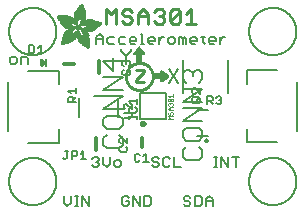
<source format=gbr>
G04 EAGLE Gerber RS-274X export*
G75*
%MOMM*%
%FSLAX34Y34*%
%LPD*%
%INSilkscreen Top*%
%IPPOS*%
%AMOC8*
5,1,8,0,0,1.08239X$1,22.5*%
G01*
%ADD10C,0.152400*%
%ADD11C,0.228600*%
%ADD12C,0.127000*%
%ADD13C,0.203200*%
%ADD14C,0.254000*%
%ADD15C,0.304800*%
%ADD16C,0.050800*%
%ADD17R,0.050800X0.006300*%
%ADD18R,0.082600X0.006400*%
%ADD19R,0.120600X0.006300*%
%ADD20R,0.139700X0.006400*%
%ADD21R,0.158800X0.006300*%
%ADD22R,0.177800X0.006400*%
%ADD23R,0.196800X0.006300*%
%ADD24R,0.215900X0.006400*%
%ADD25R,0.228600X0.006300*%
%ADD26R,0.241300X0.006400*%
%ADD27R,0.254000X0.006300*%
%ADD28R,0.266700X0.006400*%
%ADD29R,0.279400X0.006300*%
%ADD30R,0.285700X0.006400*%
%ADD31R,0.298400X0.006300*%
%ADD32R,0.311200X0.006400*%
%ADD33R,0.317500X0.006300*%
%ADD34R,0.330200X0.006400*%
%ADD35R,0.336600X0.006300*%
%ADD36R,0.349200X0.006400*%
%ADD37R,0.361900X0.006300*%
%ADD38R,0.368300X0.006400*%
%ADD39R,0.381000X0.006300*%
%ADD40R,0.387300X0.006400*%
%ADD41R,0.393700X0.006300*%
%ADD42R,0.406400X0.006400*%
%ADD43R,0.412700X0.006300*%
%ADD44R,0.419100X0.006400*%
%ADD45R,0.431800X0.006300*%
%ADD46R,0.438100X0.006400*%
%ADD47R,0.450800X0.006300*%
%ADD48R,0.457200X0.006400*%
%ADD49R,0.463500X0.006300*%
%ADD50R,0.476200X0.006400*%
%ADD51R,0.482600X0.006300*%
%ADD52R,0.488900X0.006400*%
%ADD53R,0.501600X0.006300*%
%ADD54R,0.508000X0.006400*%
%ADD55R,0.514300X0.006300*%
%ADD56R,0.527000X0.006400*%
%ADD57R,0.533400X0.006300*%
%ADD58R,0.546100X0.006400*%
%ADD59R,0.552400X0.006300*%
%ADD60R,0.558800X0.006400*%
%ADD61R,0.571500X0.006300*%
%ADD62R,0.577800X0.006400*%
%ADD63R,0.584200X0.006300*%
%ADD64R,0.596900X0.006400*%
%ADD65R,0.603200X0.006300*%
%ADD66R,0.609600X0.006400*%
%ADD67R,0.622300X0.006300*%
%ADD68R,0.628600X0.006400*%
%ADD69R,0.641300X0.006300*%
%ADD70R,0.647700X0.006400*%
%ADD71R,0.063500X0.006300*%
%ADD72R,0.654000X0.006300*%
%ADD73R,0.101600X0.006400*%
%ADD74R,0.666700X0.006400*%
%ADD75R,0.139700X0.006300*%
%ADD76R,0.673100X0.006300*%
%ADD77R,0.165100X0.006400*%
%ADD78R,0.679400X0.006400*%
%ADD79R,0.196900X0.006300*%
%ADD80R,0.692100X0.006300*%
%ADD81R,0.222200X0.006400*%
%ADD82R,0.698500X0.006400*%
%ADD83R,0.247700X0.006300*%
%ADD84R,0.704800X0.006300*%
%ADD85R,0.279400X0.006400*%
%ADD86R,0.717500X0.006400*%
%ADD87R,0.298500X0.006300*%
%ADD88R,0.723900X0.006300*%
%ADD89R,0.736600X0.006400*%
%ADD90R,0.342900X0.006300*%
%ADD91R,0.742900X0.006300*%
%ADD92R,0.374700X0.006400*%
%ADD93R,0.749300X0.006400*%
%ADD94R,0.762000X0.006300*%
%ADD95R,0.412700X0.006400*%
%ADD96R,0.768300X0.006400*%
%ADD97R,0.438100X0.006300*%
%ADD98R,0.774700X0.006300*%
%ADD99R,0.463600X0.006400*%
%ADD100R,0.787400X0.006400*%
%ADD101R,0.793700X0.006300*%
%ADD102R,0.495300X0.006400*%
%ADD103R,0.800100X0.006400*%
%ADD104R,0.520700X0.006300*%
%ADD105R,0.812800X0.006300*%
%ADD106R,0.533400X0.006400*%
%ADD107R,0.819100X0.006400*%
%ADD108R,0.558800X0.006300*%
%ADD109R,0.825500X0.006300*%
%ADD110R,0.577900X0.006400*%
%ADD111R,0.831800X0.006400*%
%ADD112R,0.596900X0.006300*%
%ADD113R,0.844500X0.006300*%
%ADD114R,0.616000X0.006400*%
%ADD115R,0.850900X0.006400*%
%ADD116R,0.635000X0.006300*%
%ADD117R,0.857200X0.006300*%
%ADD118R,0.654100X0.006400*%
%ADD119R,0.863600X0.006400*%
%ADD120R,0.666700X0.006300*%
%ADD121R,0.869900X0.006300*%
%ADD122R,0.685800X0.006400*%
%ADD123R,0.876300X0.006400*%
%ADD124R,0.882600X0.006300*%
%ADD125R,0.723900X0.006400*%
%ADD126R,0.889000X0.006400*%
%ADD127R,0.895300X0.006300*%
%ADD128R,0.755700X0.006400*%
%ADD129R,0.901700X0.006400*%
%ADD130R,0.908000X0.006300*%
%ADD131R,0.793800X0.006400*%
%ADD132R,0.914400X0.006400*%
%ADD133R,0.806400X0.006300*%
%ADD134R,0.920700X0.006300*%
%ADD135R,0.825500X0.006400*%
%ADD136R,0.927100X0.006400*%
%ADD137R,0.933400X0.006300*%
%ADD138R,0.857300X0.006400*%
%ADD139R,0.939800X0.006400*%
%ADD140R,0.870000X0.006300*%
%ADD141R,0.939800X0.006300*%
%ADD142R,0.946100X0.006400*%
%ADD143R,0.952500X0.006300*%
%ADD144R,0.908000X0.006400*%
%ADD145R,0.958800X0.006400*%
%ADD146R,0.965200X0.006300*%
%ADD147R,0.965200X0.006400*%
%ADD148R,0.971500X0.006300*%
%ADD149R,0.952500X0.006400*%
%ADD150R,0.977900X0.006400*%
%ADD151R,0.958800X0.006300*%
%ADD152R,0.984200X0.006300*%
%ADD153R,0.971500X0.006400*%
%ADD154R,0.984200X0.006400*%
%ADD155R,0.990600X0.006300*%
%ADD156R,0.984300X0.006400*%
%ADD157R,0.996900X0.006400*%
%ADD158R,0.997000X0.006300*%
%ADD159R,0.996900X0.006300*%
%ADD160R,1.003300X0.006400*%
%ADD161R,1.016000X0.006300*%
%ADD162R,1.009600X0.006300*%
%ADD163R,1.016000X0.006400*%
%ADD164R,1.009600X0.006400*%
%ADD165R,1.022300X0.006300*%
%ADD166R,1.028700X0.006400*%
%ADD167R,1.035100X0.006300*%
%ADD168R,1.047800X0.006400*%
%ADD169R,1.054100X0.006300*%
%ADD170R,1.028700X0.006300*%
%ADD171R,1.054100X0.006400*%
%ADD172R,1.035000X0.006400*%
%ADD173R,1.060400X0.006300*%
%ADD174R,1.035000X0.006300*%
%ADD175R,1.060500X0.006400*%
%ADD176R,1.041400X0.006400*%
%ADD177R,1.066800X0.006300*%
%ADD178R,1.041400X0.006300*%
%ADD179R,1.079500X0.006400*%
%ADD180R,1.047700X0.006400*%
%ADD181R,1.085900X0.006300*%
%ADD182R,1.047700X0.006300*%
%ADD183R,1.085800X0.006400*%
%ADD184R,1.092200X0.006300*%
%ADD185R,1.085900X0.006400*%
%ADD186R,1.098600X0.006300*%
%ADD187R,1.098600X0.006400*%
%ADD188R,1.060400X0.006400*%
%ADD189R,1.104900X0.006300*%
%ADD190R,1.104900X0.006400*%
%ADD191R,1.066800X0.006400*%
%ADD192R,1.111200X0.006300*%
%ADD193R,1.117600X0.006400*%
%ADD194R,1.117600X0.006300*%
%ADD195R,1.073100X0.006300*%
%ADD196R,1.073100X0.006400*%
%ADD197R,1.124000X0.006300*%
%ADD198R,1.079500X0.006300*%
%ADD199R,1.123900X0.006400*%
%ADD200R,1.130300X0.006300*%
%ADD201R,1.130300X0.006400*%
%ADD202R,1.136700X0.006400*%
%ADD203R,1.136700X0.006300*%
%ADD204R,1.085800X0.006300*%
%ADD205R,1.136600X0.006400*%
%ADD206R,1.136600X0.006300*%
%ADD207R,1.143000X0.006400*%
%ADD208R,1.143000X0.006300*%
%ADD209R,1.149400X0.006300*%
%ADD210R,1.149300X0.006300*%
%ADD211R,1.149300X0.006400*%
%ADD212R,1.149400X0.006400*%
%ADD213R,1.155700X0.006400*%
%ADD214R,1.155700X0.006300*%
%ADD215R,1.060500X0.006300*%
%ADD216R,2.197100X0.006400*%
%ADD217R,2.197100X0.006300*%
%ADD218R,2.184400X0.006300*%
%ADD219R,2.184400X0.006400*%
%ADD220R,2.171700X0.006400*%
%ADD221R,2.171700X0.006300*%
%ADD222R,1.530300X0.006400*%
%ADD223R,1.505000X0.006300*%
%ADD224R,1.492300X0.006400*%
%ADD225R,1.485900X0.006300*%
%ADD226R,0.565200X0.006300*%
%ADD227R,1.473200X0.006400*%
%ADD228R,0.565200X0.006400*%
%ADD229R,1.460500X0.006300*%
%ADD230R,1.454100X0.006400*%
%ADD231R,0.552400X0.006400*%
%ADD232R,1.441500X0.006300*%
%ADD233R,0.546100X0.006300*%
%ADD234R,1.435100X0.006400*%
%ADD235R,0.539800X0.006400*%
%ADD236R,1.428800X0.006300*%
%ADD237R,1.422400X0.006400*%
%ADD238R,1.409700X0.006300*%
%ADD239R,0.527100X0.006300*%
%ADD240R,1.403300X0.006400*%
%ADD241R,0.527100X0.006400*%
%ADD242R,1.390700X0.006300*%
%ADD243R,1.384300X0.006400*%
%ADD244R,0.520700X0.006400*%
%ADD245R,1.384300X0.006300*%
%ADD246R,0.514400X0.006300*%
%ADD247R,1.371600X0.006400*%
%ADD248R,1.365200X0.006300*%
%ADD249R,0.508000X0.006300*%
%ADD250R,1.352600X0.006400*%
%ADD251R,0.501700X0.006400*%
%ADD252R,0.711200X0.006300*%
%ADD253R,0.603300X0.006300*%
%ADD254R,0.501700X0.006300*%
%ADD255R,0.692100X0.006400*%
%ADD256R,0.571500X0.006400*%
%ADD257R,0.679400X0.006300*%
%ADD258R,0.495300X0.006300*%
%ADD259R,0.673100X0.006400*%
%ADD260R,0.666800X0.006300*%
%ADD261R,0.488900X0.006300*%
%ADD262R,0.660400X0.006400*%
%ADD263R,0.482600X0.006400*%
%ADD264R,0.476200X0.006300*%
%ADD265R,0.654000X0.006400*%
%ADD266R,0.469900X0.006400*%
%ADD267R,0.476300X0.006400*%
%ADD268R,0.647700X0.006300*%
%ADD269R,0.457200X0.006300*%
%ADD270R,0.469900X0.006300*%
%ADD271R,0.641300X0.006400*%
%ADD272R,0.444500X0.006400*%
%ADD273R,0.463600X0.006300*%
%ADD274R,0.635000X0.006400*%
%ADD275R,0.463500X0.006400*%
%ADD276R,0.393700X0.006400*%
%ADD277R,0.450800X0.006400*%
%ADD278R,0.628600X0.006300*%
%ADD279R,0.387400X0.006300*%
%ADD280R,0.450900X0.006300*%
%ADD281R,0.628700X0.006400*%
%ADD282R,0.374600X0.006400*%
%ADD283R,0.368300X0.006300*%
%ADD284R,0.438200X0.006300*%
%ADD285R,0.622300X0.006400*%
%ADD286R,0.355600X0.006400*%
%ADD287R,0.431800X0.006400*%
%ADD288R,0.349300X0.006300*%
%ADD289R,0.425400X0.006300*%
%ADD290R,0.615900X0.006300*%
%ADD291R,0.330200X0.006300*%
%ADD292R,0.419100X0.006300*%
%ADD293R,0.616000X0.006300*%
%ADD294R,0.311200X0.006300*%
%ADD295R,0.406400X0.006300*%
%ADD296R,0.615900X0.006400*%
%ADD297R,0.304800X0.006400*%
%ADD298R,0.158800X0.006400*%
%ADD299R,0.609600X0.006300*%
%ADD300R,0.292100X0.006300*%
%ADD301R,0.235000X0.006300*%
%ADD302R,0.387400X0.006400*%
%ADD303R,0.292100X0.006400*%
%ADD304R,0.336500X0.006300*%
%ADD305R,0.260400X0.006300*%
%ADD306R,0.603300X0.006400*%
%ADD307R,0.260400X0.006400*%
%ADD308R,0.362000X0.006400*%
%ADD309R,0.450900X0.006400*%
%ADD310R,0.355600X0.006300*%
%ADD311R,0.342900X0.006400*%
%ADD312R,0.514300X0.006400*%
%ADD313R,0.234900X0.006300*%
%ADD314R,0.539700X0.006300*%
%ADD315R,0.603200X0.006400*%
%ADD316R,0.234900X0.006400*%
%ADD317R,0.920700X0.006400*%
%ADD318R,0.958900X0.006400*%
%ADD319R,0.215900X0.006300*%
%ADD320R,0.209600X0.006400*%
%ADD321R,0.203200X0.006300*%
%ADD322R,1.003300X0.006300*%
%ADD323R,0.203200X0.006400*%
%ADD324R,0.196900X0.006400*%
%ADD325R,0.190500X0.006300*%
%ADD326R,0.190500X0.006400*%
%ADD327R,0.184200X0.006300*%
%ADD328R,0.590500X0.006400*%
%ADD329R,0.184200X0.006400*%
%ADD330R,0.590500X0.006300*%
%ADD331R,0.177800X0.006300*%
%ADD332R,0.584200X0.006400*%
%ADD333R,1.168400X0.006400*%
%ADD334R,0.171500X0.006300*%
%ADD335R,1.187500X0.006300*%
%ADD336R,1.200100X0.006400*%
%ADD337R,0.577800X0.006300*%
%ADD338R,1.212900X0.006300*%
%ADD339R,1.231900X0.006400*%
%ADD340R,1.250900X0.006300*%
%ADD341R,0.565100X0.006400*%
%ADD342R,0.184100X0.006400*%
%ADD343R,1.263700X0.006400*%
%ADD344R,0.565100X0.006300*%
%ADD345R,1.289100X0.006300*%
%ADD346R,1.314400X0.006400*%
%ADD347R,0.552500X0.006300*%
%ADD348R,1.568500X0.006300*%
%ADD349R,0.552500X0.006400*%
%ADD350R,1.581200X0.006400*%
%ADD351R,1.593800X0.006300*%
%ADD352R,1.606500X0.006400*%
%ADD353R,1.619300X0.006300*%
%ADD354R,0.514400X0.006400*%
%ADD355R,1.638300X0.006400*%
%ADD356R,1.657300X0.006300*%
%ADD357R,2.209800X0.006400*%
%ADD358R,2.425700X0.006300*%
%ADD359R,2.470100X0.006400*%
%ADD360R,2.501900X0.006300*%
%ADD361R,2.533700X0.006400*%
%ADD362R,2.559000X0.006300*%
%ADD363R,2.584500X0.006400*%
%ADD364R,2.609900X0.006300*%
%ADD365R,2.628900X0.006400*%
%ADD366R,2.660600X0.006300*%
%ADD367R,2.673400X0.006400*%
%ADD368R,1.422400X0.006300*%
%ADD369R,1.200200X0.006300*%
%ADD370R,1.365300X0.006300*%
%ADD371R,1.365300X0.006400*%
%ADD372R,1.352500X0.006300*%
%ADD373R,1.098500X0.006300*%
%ADD374R,1.358900X0.006400*%
%ADD375R,1.352600X0.006300*%
%ADD376R,1.358900X0.006300*%
%ADD377R,1.371600X0.006300*%
%ADD378R,1.377900X0.006400*%
%ADD379R,1.397000X0.006400*%
%ADD380R,1.403300X0.006300*%
%ADD381R,0.914400X0.006300*%
%ADD382R,0.876300X0.006300*%
%ADD383R,0.374600X0.006300*%
%ADD384R,1.073200X0.006400*%
%ADD385R,0.374700X0.006300*%
%ADD386R,0.844600X0.006400*%
%ADD387R,0.844600X0.006300*%
%ADD388R,0.831900X0.006400*%
%ADD389R,1.092200X0.006400*%
%ADD390R,0.400000X0.006300*%
%ADD391R,0.819200X0.006400*%
%ADD392R,1.111300X0.006400*%
%ADD393R,0.812800X0.006400*%
%ADD394R,0.800100X0.006300*%
%ADD395R,0.476300X0.006300*%
%ADD396R,1.181100X0.006300*%
%ADD397R,0.501600X0.006400*%
%ADD398R,1.193800X0.006400*%
%ADD399R,0.781000X0.006400*%
%ADD400R,1.238200X0.006400*%
%ADD401R,0.781100X0.006300*%
%ADD402R,1.257300X0.006300*%
%ADD403R,1.295400X0.006400*%
%ADD404R,1.333500X0.006300*%
%ADD405R,0.774700X0.006400*%
%ADD406R,1.866900X0.006400*%
%ADD407R,0.209600X0.006300*%
%ADD408R,1.866900X0.006300*%
%ADD409R,0.768400X0.006400*%
%ADD410R,0.209500X0.006400*%
%ADD411R,1.860600X0.006400*%
%ADD412R,0.762000X0.006400*%
%ADD413R,0.768400X0.006300*%
%ADD414R,1.860600X0.006300*%
%ADD415R,1.860500X0.006400*%
%ADD416R,0.222300X0.006300*%
%ADD417R,1.854200X0.006300*%
%ADD418R,0.235000X0.006400*%
%ADD419R,1.854200X0.006400*%
%ADD420R,0.768300X0.006300*%
%ADD421R,0.260300X0.006400*%
%ADD422R,1.847800X0.006400*%
%ADD423R,0.266700X0.006300*%
%ADD424R,1.847800X0.006300*%
%ADD425R,0.273100X0.006400*%
%ADD426R,1.841500X0.006400*%
%ADD427R,0.285800X0.006300*%
%ADD428R,1.841500X0.006300*%
%ADD429R,0.298500X0.006400*%
%ADD430R,1.835100X0.006400*%
%ADD431R,0.781000X0.006300*%
%ADD432R,0.304800X0.006300*%
%ADD433R,1.835100X0.006300*%
%ADD434R,0.317500X0.006400*%
%ADD435R,1.828800X0.006400*%
%ADD436R,0.787400X0.006300*%
%ADD437R,0.323800X0.006300*%
%ADD438R,1.828800X0.006300*%
%ADD439R,0.793700X0.006400*%
%ADD440R,1.822400X0.006400*%
%ADD441R,0.806500X0.006300*%
%ADD442R,1.822400X0.006300*%
%ADD443R,1.816100X0.006400*%
%ADD444R,0.819100X0.006300*%
%ADD445R,0.387300X0.006300*%
%ADD446R,1.816100X0.006300*%
%ADD447R,1.809800X0.006400*%
%ADD448R,1.803400X0.006300*%
%ADD449R,1.797000X0.006400*%
%ADD450R,0.901700X0.006300*%
%ADD451R,1.797000X0.006300*%
%ADD452R,1.441400X0.006400*%
%ADD453R,1.790700X0.006400*%
%ADD454R,1.447800X0.006300*%
%ADD455R,1.784300X0.006300*%
%ADD456R,1.447800X0.006400*%
%ADD457R,1.784300X0.006400*%
%ADD458R,1.454100X0.006300*%
%ADD459R,1.771700X0.006300*%
%ADD460R,1.460500X0.006400*%
%ADD461R,1.759000X0.006400*%
%ADD462R,1.466800X0.006300*%
%ADD463R,1.752600X0.006300*%
%ADD464R,1.466800X0.006400*%
%ADD465R,1.739900X0.006400*%
%ADD466R,1.473200X0.006300*%
%ADD467R,1.727200X0.006300*%
%ADD468R,1.479500X0.006400*%
%ADD469R,1.714500X0.006400*%
%ADD470R,1.695400X0.006300*%
%ADD471R,1.485900X0.006400*%
%ADD472R,1.682700X0.006400*%
%ADD473R,1.492200X0.006300*%
%ADD474R,1.663700X0.006300*%
%ADD475R,1.498600X0.006400*%
%ADD476R,1.644600X0.006400*%
%ADD477R,1.498600X0.006300*%
%ADD478R,1.619200X0.006300*%
%ADD479R,1.511300X0.006400*%
%ADD480R,1.600200X0.006400*%
%ADD481R,1.517700X0.006300*%
%ADD482R,1.574800X0.006300*%
%ADD483R,1.524000X0.006400*%
%ADD484R,1.555800X0.006400*%
%ADD485R,1.524000X0.006300*%
%ADD486R,1.536700X0.006300*%
%ADD487R,1.530400X0.006400*%
%ADD488R,1.517700X0.006400*%
%ADD489R,1.492300X0.006300*%
%ADD490R,1.549400X0.006400*%
%ADD491R,1.479600X0.006400*%
%ADD492R,1.549400X0.006300*%
%ADD493R,1.555700X0.006400*%
%ADD494R,1.562100X0.006300*%
%ADD495R,0.323900X0.006300*%
%ADD496R,1.568400X0.006400*%
%ADD497R,0.336600X0.006400*%
%ADD498R,1.587500X0.006300*%
%ADD499R,0.971600X0.006300*%
%ADD500R,0.349300X0.006400*%
%ADD501R,1.600200X0.006300*%
%ADD502R,0.920800X0.006300*%
%ADD503R,0.882700X0.006400*%
%ADD504R,1.612900X0.006300*%
%ADD505R,0.362000X0.006300*%
%ADD506R,1.625600X0.006400*%
%ADD507R,1.625600X0.006300*%
%ADD508R,1.644600X0.006300*%
%ADD509R,0.736600X0.006300*%
%ADD510R,0.717600X0.006400*%
%ADD511R,1.657400X0.006300*%
%ADD512R,0.679500X0.006300*%
%ADD513R,1.663700X0.006400*%
%ADD514R,0.400000X0.006400*%
%ADD515R,1.676400X0.006300*%
%ADD516R,1.676400X0.006400*%
%ADD517R,0.425500X0.006400*%
%ADD518R,1.352500X0.006400*%
%ADD519R,0.444500X0.006300*%
%ADD520R,0.361900X0.006400*%
%ADD521R,0.088900X0.006300*%
%ADD522R,1.009700X0.006300*%
%ADD523R,1.009700X0.006400*%
%ADD524R,1.022300X0.006400*%
%ADD525R,1.346200X0.006400*%
%ADD526R,1.346200X0.006300*%
%ADD527R,1.339900X0.006400*%
%ADD528R,1.035100X0.006400*%
%ADD529R,1.339800X0.006300*%
%ADD530R,1.333500X0.006400*%
%ADD531R,1.327200X0.006400*%
%ADD532R,1.320800X0.006300*%
%ADD533R,1.314500X0.006400*%
%ADD534R,1.314400X0.006300*%
%ADD535R,1.301700X0.006400*%
%ADD536R,1.295400X0.006300*%
%ADD537R,1.289000X0.006400*%
%ADD538R,1.276300X0.006300*%
%ADD539R,1.251000X0.006300*%
%ADD540R,1.244600X0.006400*%
%ADD541R,1.231900X0.006300*%
%ADD542R,1.212800X0.006400*%
%ADD543R,1.200100X0.006300*%
%ADD544R,1.187400X0.006400*%
%ADD545R,1.168400X0.006300*%
%ADD546R,1.047800X0.006300*%
%ADD547R,0.977900X0.006300*%
%ADD548R,0.946200X0.006400*%
%ADD549R,0.933400X0.006400*%
%ADD550R,0.895300X0.006400*%
%ADD551R,0.882700X0.006300*%
%ADD552R,0.863600X0.006300*%
%ADD553R,0.857200X0.006400*%
%ADD554R,0.850900X0.006300*%
%ADD555R,0.838200X0.006300*%
%ADD556R,0.806500X0.006400*%
%ADD557R,0.717600X0.006300*%
%ADD558R,0.711200X0.006400*%
%ADD559R,0.641400X0.006400*%
%ADD560R,0.641400X0.006300*%
%ADD561R,0.628700X0.006300*%
%ADD562R,0.590600X0.006300*%
%ADD563R,0.539700X0.006400*%
%ADD564R,0.285700X0.006300*%
%ADD565R,0.222200X0.006300*%
%ADD566R,0.171400X0.006300*%
%ADD567R,0.152400X0.006400*%
%ADD568R,0.133400X0.006300*%
%ADD569R,0.127000X0.762000*%

G36*
X134787Y109226D02*
X134787Y109226D01*
X134897Y109233D01*
X134944Y109248D01*
X134993Y109255D01*
X135095Y109297D01*
X135199Y109331D01*
X135241Y109358D01*
X135287Y109376D01*
X135422Y109465D01*
X140502Y113275D01*
X140552Y113323D01*
X140606Y113362D01*
X140649Y113414D01*
X140705Y113466D01*
X140716Y113482D01*
X140730Y113496D01*
X140770Y113561D01*
X140808Y113607D01*
X140834Y113662D01*
X140880Y113731D01*
X140886Y113750D01*
X140896Y113767D01*
X140921Y113846D01*
X140944Y113895D01*
X140954Y113949D01*
X140983Y114032D01*
X140984Y114052D01*
X140990Y114071D01*
X140994Y114159D01*
X141004Y114207D01*
X141001Y114257D01*
X141008Y114349D01*
X141005Y114369D01*
X141005Y114388D01*
X140987Y114479D01*
X140984Y114525D01*
X140970Y114569D01*
X140953Y114663D01*
X140945Y114681D01*
X140941Y114700D01*
X140899Y114786D01*
X140886Y114827D01*
X140862Y114864D01*
X140823Y114953D01*
X140810Y114968D01*
X140802Y114986D01*
X140739Y115059D01*
X140716Y115096D01*
X140684Y115126D01*
X140624Y115201D01*
X140603Y115219D01*
X140595Y115228D01*
X140579Y115239D01*
X140502Y115305D01*
X135422Y119115D01*
X135417Y119118D01*
X135413Y119122D01*
X135376Y119142D01*
X135341Y119171D01*
X135241Y119218D01*
X135145Y119273D01*
X135097Y119286D01*
X135053Y119307D01*
X134945Y119328D01*
X134838Y119357D01*
X134789Y119357D01*
X134741Y119367D01*
X134687Y119363D01*
X134666Y119365D01*
X134660Y119365D01*
X134622Y119360D01*
X134520Y119362D01*
X134472Y119350D01*
X134423Y119347D01*
X134362Y119327D01*
X134344Y119325D01*
X134308Y119311D01*
X134211Y119287D01*
X134167Y119264D01*
X134121Y119249D01*
X134067Y119215D01*
X134049Y119208D01*
X134015Y119183D01*
X133930Y119138D01*
X133894Y119105D01*
X133852Y119079D01*
X133811Y119035D01*
X133791Y119021D01*
X133762Y118985D01*
X133695Y118924D01*
X133668Y118883D01*
X133634Y118847D01*
X133607Y118798D01*
X133589Y118776D01*
X133566Y118729D01*
X133520Y118659D01*
X133504Y118612D01*
X133480Y118569D01*
X133468Y118519D01*
X133453Y118488D01*
X133442Y118430D01*
X133417Y118358D01*
X133413Y118309D01*
X133401Y118261D01*
X133397Y118194D01*
X133393Y118176D01*
X133394Y118158D01*
X133391Y118100D01*
X133391Y116829D01*
X128310Y116829D01*
X128192Y116814D01*
X128073Y116807D01*
X128035Y116794D01*
X127994Y116789D01*
X127884Y116746D01*
X127771Y116709D01*
X127736Y116687D01*
X127699Y116672D01*
X127603Y116603D01*
X127502Y116539D01*
X127474Y116509D01*
X127441Y116486D01*
X127366Y116394D01*
X127284Y116307D01*
X127264Y116272D01*
X127239Y116241D01*
X127188Y116133D01*
X127130Y116029D01*
X127120Y115989D01*
X127103Y115953D01*
X127081Y115836D01*
X127051Y115721D01*
X127047Y115661D01*
X127043Y115641D01*
X127043Y115638D01*
X127044Y115619D01*
X127041Y115560D01*
X127041Y113020D01*
X127056Y112902D01*
X127063Y112783D01*
X127076Y112745D01*
X127081Y112704D01*
X127124Y112594D01*
X127161Y112481D01*
X127183Y112446D01*
X127198Y112409D01*
X127268Y112313D01*
X127331Y112212D01*
X127361Y112184D01*
X127384Y112151D01*
X127476Y112076D01*
X127563Y111994D01*
X127598Y111974D01*
X127629Y111949D01*
X127737Y111898D01*
X127841Y111840D01*
X127881Y111830D01*
X127917Y111813D01*
X128034Y111791D01*
X128149Y111761D01*
X128210Y111757D01*
X128230Y111753D01*
X128250Y111755D01*
X128310Y111751D01*
X133391Y111751D01*
X133391Y110480D01*
X133397Y110431D01*
X133395Y110382D01*
X133417Y110274D01*
X133431Y110164D01*
X133449Y110119D01*
X133459Y110070D01*
X133507Y109971D01*
X133548Y109869D01*
X133577Y109829D01*
X133598Y109784D01*
X133670Y109701D01*
X133734Y109611D01*
X133773Y109580D01*
X133805Y109542D01*
X133895Y109479D01*
X133979Y109409D01*
X134024Y109388D01*
X134065Y109359D01*
X134168Y109320D01*
X134267Y109273D01*
X134316Y109264D01*
X134362Y109246D01*
X134472Y109234D01*
X134580Y109213D01*
X134629Y109216D01*
X134678Y109211D01*
X134787Y109226D01*
G37*
G36*
X116918Y125756D02*
X116918Y125756D01*
X117037Y125763D01*
X117075Y125776D01*
X117116Y125781D01*
X117226Y125824D01*
X117339Y125861D01*
X117374Y125883D01*
X117411Y125898D01*
X117507Y125968D01*
X117608Y126031D01*
X117636Y126061D01*
X117669Y126084D01*
X117745Y126176D01*
X117826Y126263D01*
X117846Y126298D01*
X117871Y126329D01*
X117922Y126437D01*
X117980Y126541D01*
X117990Y126581D01*
X118007Y126617D01*
X118029Y126734D01*
X118059Y126849D01*
X118063Y126910D01*
X118067Y126930D01*
X118065Y126950D01*
X118069Y127010D01*
X118069Y132091D01*
X119340Y132091D01*
X119389Y132097D01*
X119438Y132095D01*
X119546Y132117D01*
X119656Y132131D01*
X119701Y132149D01*
X119750Y132159D01*
X119849Y132207D01*
X119951Y132248D01*
X119991Y132277D01*
X120036Y132298D01*
X120119Y132370D01*
X120209Y132434D01*
X120240Y132473D01*
X120278Y132505D01*
X120341Y132595D01*
X120411Y132679D01*
X120432Y132724D01*
X120461Y132765D01*
X120500Y132868D01*
X120547Y132967D01*
X120556Y133016D01*
X120574Y133062D01*
X120586Y133172D01*
X120607Y133280D01*
X120604Y133329D01*
X120609Y133378D01*
X120594Y133487D01*
X120587Y133597D01*
X120572Y133644D01*
X120565Y133693D01*
X120523Y133795D01*
X120489Y133899D01*
X120462Y133941D01*
X120444Y133987D01*
X120355Y134122D01*
X116545Y139202D01*
X116527Y139221D01*
X116514Y139241D01*
X116441Y139310D01*
X116354Y139405D01*
X116338Y139416D01*
X116324Y139430D01*
X116293Y139449D01*
X116282Y139459D01*
X116227Y139490D01*
X116205Y139503D01*
X116089Y139580D01*
X116070Y139586D01*
X116053Y139596D01*
X116008Y139610D01*
X116004Y139613D01*
X115981Y139619D01*
X115920Y139638D01*
X115788Y139683D01*
X115768Y139684D01*
X115749Y139690D01*
X115667Y139694D01*
X115553Y139701D01*
X115471Y139708D01*
X115451Y139705D01*
X115432Y139705D01*
X115295Y139677D01*
X115215Y139663D01*
X115209Y139663D01*
X115208Y139662D01*
X115157Y139653D01*
X115139Y139645D01*
X115120Y139641D01*
X114995Y139580D01*
X114953Y139561D01*
X114914Y139546D01*
X114906Y139540D01*
X114868Y139523D01*
X114852Y139510D01*
X114834Y139502D01*
X114728Y139411D01*
X114725Y139408D01*
X114656Y139359D01*
X114644Y139344D01*
X114619Y139324D01*
X114601Y139303D01*
X114592Y139295D01*
X114581Y139279D01*
X114515Y139202D01*
X110705Y134122D01*
X110680Y134079D01*
X110649Y134041D01*
X110602Y133941D01*
X110547Y133845D01*
X110534Y133797D01*
X110513Y133753D01*
X110492Y133645D01*
X110463Y133538D01*
X110463Y133489D01*
X110453Y133441D01*
X110460Y133331D01*
X110458Y133220D01*
X110470Y133172D01*
X110473Y133123D01*
X110507Y133019D01*
X110533Y132911D01*
X110556Y132867D01*
X110571Y132821D01*
X110630Y132728D01*
X110682Y132630D01*
X110715Y132594D01*
X110741Y132552D01*
X110822Y132476D01*
X110896Y132395D01*
X110937Y132368D01*
X110973Y132334D01*
X111069Y132281D01*
X111161Y132220D01*
X111208Y132204D01*
X111251Y132180D01*
X111358Y132153D01*
X111462Y132117D01*
X111511Y132113D01*
X111559Y132101D01*
X111720Y132091D01*
X112991Y132091D01*
X112991Y127010D01*
X113006Y126892D01*
X113013Y126773D01*
X113026Y126735D01*
X113031Y126694D01*
X113074Y126584D01*
X113111Y126471D01*
X113133Y126436D01*
X113148Y126399D01*
X113218Y126303D01*
X113281Y126202D01*
X113311Y126174D01*
X113334Y126141D01*
X113426Y126066D01*
X113513Y125984D01*
X113548Y125964D01*
X113579Y125939D01*
X113687Y125888D01*
X113791Y125830D01*
X113831Y125820D01*
X113867Y125803D01*
X113984Y125781D01*
X114099Y125751D01*
X114160Y125747D01*
X114180Y125743D01*
X114200Y125745D01*
X114260Y125741D01*
X116800Y125741D01*
X116918Y125756D01*
G37*
G36*
X32581Y122436D02*
X32581Y122436D01*
X32610Y122435D01*
X32700Y122462D01*
X32792Y122482D01*
X32817Y122497D01*
X32846Y122506D01*
X32988Y122596D01*
X36163Y125136D01*
X36232Y125213D01*
X36305Y125286D01*
X36314Y125304D01*
X36327Y125318D01*
X36369Y125414D01*
X36415Y125506D01*
X36417Y125526D01*
X36425Y125544D01*
X36434Y125647D01*
X36448Y125750D01*
X36444Y125769D01*
X36446Y125789D01*
X36421Y125890D01*
X36402Y125992D01*
X36392Y126009D01*
X36388Y126028D01*
X36332Y126116D01*
X36281Y126206D01*
X36264Y126223D01*
X36256Y126236D01*
X36231Y126256D01*
X36163Y126324D01*
X32988Y128864D01*
X32962Y128879D01*
X32940Y128900D01*
X32855Y128939D01*
X32773Y128985D01*
X32744Y128991D01*
X32717Y129003D01*
X32624Y129013D01*
X32532Y129031D01*
X32502Y129027D01*
X32473Y129030D01*
X32381Y129010D01*
X32288Y128998D01*
X32261Y128984D01*
X32232Y128978D01*
X32152Y128930D01*
X32068Y128888D01*
X32047Y128867D01*
X32021Y128852D01*
X31960Y128780D01*
X31894Y128714D01*
X31881Y128688D01*
X31861Y128665D01*
X31826Y128578D01*
X31784Y128494D01*
X31780Y128464D01*
X31769Y128437D01*
X31751Y128270D01*
X31751Y123190D01*
X31756Y123161D01*
X31753Y123131D01*
X31775Y123040D01*
X31791Y122947D01*
X31804Y122921D01*
X31811Y122892D01*
X31862Y122813D01*
X31906Y122730D01*
X31927Y122709D01*
X31943Y122684D01*
X32016Y122625D01*
X32084Y122561D01*
X32111Y122548D01*
X32134Y122529D01*
X32222Y122496D01*
X32307Y122457D01*
X32337Y122454D01*
X32364Y122443D01*
X32458Y122440D01*
X32551Y122430D01*
X32581Y122436D01*
G37*
D10*
X51788Y13215D02*
X51788Y7453D01*
X54670Y4572D01*
X57551Y7453D01*
X57551Y13215D01*
X61144Y4572D02*
X64025Y4572D01*
X62584Y4572D02*
X62584Y13215D01*
X61144Y13215D02*
X64025Y13215D01*
X67380Y13215D02*
X67380Y4572D01*
X73143Y4572D02*
X67380Y13215D01*
X73143Y13215D02*
X73143Y4572D01*
X75629Y44795D02*
X77070Y46235D01*
X79951Y46235D01*
X81391Y44795D01*
X81391Y43354D01*
X79951Y41914D01*
X78510Y41914D01*
X79951Y41914D02*
X81391Y40473D01*
X81391Y39033D01*
X79951Y37592D01*
X77070Y37592D01*
X75629Y39033D01*
X84984Y40473D02*
X84984Y46235D01*
X84984Y40473D02*
X87866Y37592D01*
X90747Y40473D01*
X90747Y46235D01*
X95780Y37592D02*
X98661Y37592D01*
X100102Y39033D01*
X100102Y41914D01*
X98661Y43354D01*
X95780Y43354D01*
X94340Y41914D01*
X94340Y39033D01*
X95780Y37592D01*
X105351Y13215D02*
X106791Y11775D01*
X105351Y13215D02*
X102470Y13215D01*
X101029Y11775D01*
X101029Y6013D01*
X102470Y4572D01*
X105351Y4572D01*
X106791Y6013D01*
X106791Y8894D01*
X103910Y8894D01*
X110384Y13215D02*
X110384Y4572D01*
X116147Y4572D02*
X110384Y13215D01*
X116147Y13215D02*
X116147Y4572D01*
X119740Y4572D02*
X119740Y13215D01*
X119740Y4572D02*
X124061Y4572D01*
X125502Y6013D01*
X125502Y11775D01*
X124061Y13215D01*
X119740Y13215D01*
X132191Y44795D02*
X130751Y46235D01*
X127870Y46235D01*
X126429Y44795D01*
X126429Y43354D01*
X127870Y41914D01*
X130751Y41914D01*
X132191Y40473D01*
X132191Y39033D01*
X130751Y37592D01*
X127870Y37592D01*
X126429Y39033D01*
X140106Y46235D02*
X141547Y44795D01*
X140106Y46235D02*
X137225Y46235D01*
X135784Y44795D01*
X135784Y39033D01*
X137225Y37592D01*
X140106Y37592D01*
X141547Y39033D01*
X145140Y37592D02*
X145140Y46235D01*
X145140Y37592D02*
X150902Y37592D01*
X157421Y13215D02*
X158861Y11775D01*
X157421Y13215D02*
X154540Y13215D01*
X153099Y11775D01*
X153099Y10334D01*
X154540Y8894D01*
X157421Y8894D01*
X158861Y7453D01*
X158861Y6013D01*
X157421Y4572D01*
X154540Y4572D01*
X153099Y6013D01*
X162454Y4572D02*
X162454Y13215D01*
X162454Y4572D02*
X166776Y4572D01*
X168217Y6013D01*
X168217Y11775D01*
X166776Y13215D01*
X162454Y13215D01*
X171810Y10334D02*
X171810Y4572D01*
X171810Y10334D02*
X174691Y13215D01*
X177572Y10334D01*
X177572Y4572D01*
X177572Y8894D02*
X171810Y8894D01*
X178788Y37592D02*
X181670Y37592D01*
X180229Y37592D02*
X180229Y46235D01*
X178788Y46235D02*
X181670Y46235D01*
X185025Y46235D02*
X185025Y37592D01*
X190787Y37592D02*
X185025Y46235D01*
X190787Y46235D02*
X190787Y37592D01*
X197262Y37592D02*
X197262Y46235D01*
X200143Y46235D02*
X194380Y46235D01*
D11*
X87448Y158877D02*
X87448Y171334D01*
X91600Y167181D01*
X95752Y171334D01*
X95752Y158877D01*
X107241Y171334D02*
X109317Y169258D01*
X107241Y171334D02*
X103089Y171334D01*
X101013Y169258D01*
X101013Y167181D01*
X103089Y165105D01*
X107241Y165105D01*
X109317Y163029D01*
X109317Y160953D01*
X107241Y158877D01*
X103089Y158877D01*
X101013Y160953D01*
X114578Y158877D02*
X114578Y167181D01*
X118730Y171334D01*
X122882Y167181D01*
X122882Y158877D01*
X122882Y165105D02*
X114578Y165105D01*
X128143Y169258D02*
X130219Y171334D01*
X134371Y171334D01*
X136447Y169258D01*
X136447Y167181D01*
X134371Y165105D01*
X132295Y165105D01*
X134371Y165105D02*
X136447Y163029D01*
X136447Y160953D01*
X134371Y158877D01*
X130219Y158877D01*
X128143Y160953D01*
X141708Y160953D02*
X141708Y169258D01*
X143784Y171334D01*
X147936Y171334D01*
X150012Y169258D01*
X150012Y160953D01*
X147936Y158877D01*
X143784Y158877D01*
X141708Y160953D01*
X150012Y169258D01*
X155273Y167181D02*
X159425Y171334D01*
X159425Y158877D01*
X155273Y158877D02*
X163577Y158877D01*
D10*
X79251Y147494D02*
X79251Y141732D01*
X79251Y147494D02*
X82132Y150375D01*
X85013Y147494D01*
X85013Y141732D01*
X85013Y146054D02*
X79251Y146054D01*
X90047Y147494D02*
X94368Y147494D01*
X90047Y147494D02*
X88606Y146054D01*
X88606Y143173D01*
X90047Y141732D01*
X94368Y141732D01*
X99402Y147494D02*
X103723Y147494D01*
X99402Y147494D02*
X97961Y146054D01*
X97961Y143173D01*
X99402Y141732D01*
X103723Y141732D01*
X108757Y141732D02*
X111638Y141732D01*
X108757Y141732D02*
X107316Y143173D01*
X107316Y146054D01*
X108757Y147494D01*
X111638Y147494D01*
X113079Y146054D01*
X113079Y144613D01*
X107316Y144613D01*
X116672Y150375D02*
X118112Y150375D01*
X118112Y141732D01*
X116672Y141732D02*
X119553Y141732D01*
X124349Y141732D02*
X127230Y141732D01*
X124349Y141732D02*
X122908Y143173D01*
X122908Y146054D01*
X124349Y147494D01*
X127230Y147494D01*
X128671Y146054D01*
X128671Y144613D01*
X122908Y144613D01*
X132264Y141732D02*
X132264Y147494D01*
X132264Y144613D02*
X135145Y147494D01*
X136585Y147494D01*
X141500Y141732D02*
X144381Y141732D01*
X145822Y143173D01*
X145822Y146054D01*
X144381Y147494D01*
X141500Y147494D01*
X140060Y146054D01*
X140060Y143173D01*
X141500Y141732D01*
X149415Y141732D02*
X149415Y147494D01*
X150855Y147494D01*
X152296Y146054D01*
X152296Y141732D01*
X152296Y146054D02*
X153736Y147494D01*
X155177Y146054D01*
X155177Y141732D01*
X160210Y141732D02*
X163092Y141732D01*
X160210Y141732D02*
X158770Y143173D01*
X158770Y146054D01*
X160210Y147494D01*
X163092Y147494D01*
X164532Y146054D01*
X164532Y144613D01*
X158770Y144613D01*
X169566Y143173D02*
X169566Y148935D01*
X169566Y143173D02*
X171006Y141732D01*
X171006Y147494D02*
X168125Y147494D01*
X175802Y141732D02*
X178684Y141732D01*
X175802Y141732D02*
X174362Y143173D01*
X174362Y146054D01*
X175802Y147494D01*
X178684Y147494D01*
X180124Y146054D01*
X180124Y144613D01*
X174362Y144613D01*
X183717Y141732D02*
X183717Y147494D01*
X183717Y144613D02*
X186598Y147494D01*
X188039Y147494D01*
D12*
X10164Y125095D02*
X7198Y125095D01*
X10164Y125095D02*
X11647Y126578D01*
X11647Y129544D01*
X10164Y131027D01*
X7198Y131027D01*
X5715Y129544D01*
X5715Y126578D01*
X7198Y125095D01*
X15070Y125095D02*
X15070Y131027D01*
X19519Y131027D01*
X21002Y129544D01*
X21002Y125095D01*
D13*
X100036Y135655D02*
X100036Y137688D01*
X100036Y135655D02*
X104103Y131587D01*
X108171Y135655D01*
X108171Y137688D01*
X104103Y131587D02*
X104103Y125486D01*
X140359Y120904D02*
X148494Y108702D01*
X140359Y108702D02*
X148494Y120904D01*
D14*
X119585Y119379D02*
X112806Y119379D01*
X119585Y119379D02*
X119585Y117684D01*
X112806Y110905D01*
X112806Y109210D01*
X119585Y109210D01*
X115610Y102860D02*
X115886Y102863D01*
X116162Y102873D01*
X116438Y102890D01*
X116713Y102913D01*
X116988Y102943D01*
X117262Y102980D01*
X117534Y103023D01*
X117806Y103073D01*
X118076Y103129D01*
X118345Y103192D01*
X118613Y103261D01*
X118878Y103337D01*
X119142Y103419D01*
X119404Y103508D01*
X119663Y103603D01*
X119920Y103704D01*
X120175Y103811D01*
X120427Y103924D01*
X120676Y104044D01*
X120922Y104169D01*
X121165Y104301D01*
X121405Y104438D01*
X121641Y104581D01*
X121874Y104729D01*
X122103Y104883D01*
X122328Y105043D01*
X122550Y105208D01*
X122767Y105378D01*
X122981Y105554D01*
X123189Y105735D01*
X123394Y105920D01*
X123594Y106111D01*
X123789Y106306D01*
X123980Y106506D01*
X124165Y106711D01*
X124346Y106919D01*
X124522Y107133D01*
X124692Y107350D01*
X124857Y107572D01*
X125017Y107797D01*
X125171Y108026D01*
X125319Y108259D01*
X125462Y108495D01*
X125599Y108735D01*
X125731Y108978D01*
X125856Y109224D01*
X125976Y109473D01*
X126089Y109725D01*
X126196Y109980D01*
X126297Y110237D01*
X126392Y110496D01*
X126481Y110758D01*
X126563Y111022D01*
X126639Y111287D01*
X126708Y111555D01*
X126771Y111824D01*
X126827Y112094D01*
X126877Y112366D01*
X126920Y112638D01*
X126957Y112912D01*
X126987Y113187D01*
X127010Y113462D01*
X127027Y113738D01*
X127037Y114014D01*
X127040Y114290D01*
X115610Y102860D02*
X115334Y102863D01*
X115058Y102873D01*
X114782Y102890D01*
X114507Y102913D01*
X114232Y102943D01*
X113958Y102980D01*
X113686Y103023D01*
X113414Y103073D01*
X113144Y103129D01*
X112875Y103192D01*
X112607Y103261D01*
X112342Y103337D01*
X112078Y103419D01*
X111816Y103508D01*
X111557Y103603D01*
X111300Y103704D01*
X111045Y103811D01*
X110793Y103924D01*
X110544Y104044D01*
X110298Y104169D01*
X110055Y104301D01*
X109815Y104438D01*
X109579Y104581D01*
X109346Y104729D01*
X109117Y104883D01*
X108892Y105043D01*
X108670Y105208D01*
X108453Y105378D01*
X108239Y105554D01*
X108031Y105735D01*
X107826Y105920D01*
X107626Y106111D01*
X107431Y106306D01*
X107240Y106506D01*
X107055Y106711D01*
X106874Y106919D01*
X106698Y107133D01*
X106528Y107350D01*
X106363Y107572D01*
X106203Y107797D01*
X106049Y108026D01*
X105901Y108259D01*
X105758Y108495D01*
X105621Y108735D01*
X105489Y108978D01*
X105364Y109224D01*
X105244Y109473D01*
X105131Y109725D01*
X105024Y109980D01*
X104923Y110237D01*
X104828Y110496D01*
X104739Y110758D01*
X104657Y111022D01*
X104581Y111287D01*
X104512Y111555D01*
X104449Y111824D01*
X104393Y112094D01*
X104343Y112366D01*
X104300Y112638D01*
X104263Y112912D01*
X104233Y113187D01*
X104210Y113462D01*
X104193Y113738D01*
X104183Y114014D01*
X104180Y114290D01*
X104183Y114566D01*
X104193Y114842D01*
X104210Y115118D01*
X104233Y115393D01*
X104263Y115668D01*
X104300Y115942D01*
X104343Y116214D01*
X104393Y116486D01*
X104449Y116756D01*
X104512Y117025D01*
X104581Y117293D01*
X104657Y117558D01*
X104739Y117822D01*
X104828Y118084D01*
X104923Y118343D01*
X105024Y118600D01*
X105131Y118855D01*
X105244Y119107D01*
X105364Y119356D01*
X105489Y119602D01*
X105621Y119845D01*
X105758Y120085D01*
X105901Y120321D01*
X106049Y120554D01*
X106203Y120783D01*
X106363Y121008D01*
X106528Y121230D01*
X106698Y121447D01*
X106874Y121661D01*
X107055Y121869D01*
X107240Y122074D01*
X107431Y122274D01*
X107626Y122469D01*
X107826Y122660D01*
X108031Y122845D01*
X108239Y123026D01*
X108453Y123202D01*
X108670Y123372D01*
X108892Y123537D01*
X109117Y123697D01*
X109346Y123851D01*
X109579Y123999D01*
X109815Y124142D01*
X110055Y124279D01*
X110298Y124411D01*
X110544Y124536D01*
X110793Y124656D01*
X111045Y124769D01*
X111300Y124876D01*
X111557Y124977D01*
X111816Y125072D01*
X112078Y125161D01*
X112342Y125243D01*
X112607Y125319D01*
X112875Y125388D01*
X113144Y125451D01*
X113414Y125507D01*
X113686Y125557D01*
X113958Y125600D01*
X114232Y125637D01*
X114507Y125667D01*
X114782Y125690D01*
X115058Y125707D01*
X115334Y125717D01*
X115610Y125720D01*
X115883Y125722D01*
X116157Y125717D01*
X116430Y125705D01*
X116702Y125686D01*
X116975Y125661D01*
X117246Y125629D01*
X117517Y125591D01*
X117786Y125546D01*
X118055Y125495D01*
X118322Y125437D01*
X118588Y125372D01*
X118852Y125301D01*
X119114Y125224D01*
X119374Y125140D01*
X119632Y125050D01*
X119888Y124954D01*
X120141Y124852D01*
X120392Y124743D01*
X120641Y124629D01*
X120886Y124508D01*
X121128Y124382D01*
X121367Y124249D01*
X121603Y124111D01*
X121836Y123967D01*
X122064Y123818D01*
X122290Y123663D01*
X122511Y123502D01*
X122728Y123336D01*
X122942Y123165D01*
X123151Y122989D01*
X123355Y122808D01*
X123555Y122622D01*
X123751Y122431D01*
X123942Y122235D01*
X124128Y122035D01*
X124309Y121831D01*
X124485Y121622D01*
X124656Y121408D01*
X124822Y121191D01*
X124983Y120970D01*
X125138Y120744D01*
X125287Y120516D01*
X125431Y120283D01*
X125569Y120047D01*
X125702Y119808D01*
X125828Y119566D01*
X125949Y119321D01*
X126063Y119072D01*
X126172Y118821D01*
X126274Y118568D01*
X126370Y118312D01*
X126460Y118054D01*
X126544Y117794D01*
X126621Y117532D01*
X126692Y117268D01*
X126757Y117002D01*
X126815Y116735D01*
X126866Y116466D01*
X126911Y116197D01*
X126949Y115926D01*
X126981Y115655D01*
X127006Y115382D01*
X127025Y115110D01*
X127037Y114837D01*
X127042Y114563D01*
X127040Y114290D01*
D15*
X78740Y62230D02*
X78740Y52070D01*
D10*
X98546Y53869D02*
X99648Y54970D01*
X98546Y53869D02*
X98546Y51665D01*
X99648Y50564D01*
X104054Y50564D01*
X105156Y51665D01*
X105156Y53869D01*
X104054Y54970D01*
X105156Y58048D02*
X105156Y62454D01*
X105156Y58048D02*
X100750Y62454D01*
X99648Y62454D01*
X98546Y61353D01*
X98546Y59149D01*
X99648Y58048D01*
D13*
X64780Y79630D02*
X64780Y95630D01*
X97780Y95630D02*
X97780Y79630D01*
X85280Y98130D02*
X77280Y98130D01*
D10*
X102356Y79044D02*
X107864Y79044D01*
X108966Y80145D01*
X108966Y82349D01*
X107864Y83450D01*
X102356Y83450D01*
X108966Y86528D02*
X108966Y90934D01*
X108966Y86528D02*
X104560Y90934D01*
X103458Y90934D01*
X102356Y89833D01*
X102356Y87629D01*
X103458Y86528D01*
D15*
X81280Y116840D02*
X81280Y127000D01*
D10*
X101086Y118639D02*
X102188Y119740D01*
X101086Y118639D02*
X101086Y116435D01*
X102188Y115334D01*
X106594Y115334D01*
X107696Y116435D01*
X107696Y118639D01*
X106594Y119740D01*
X102188Y122818D02*
X101086Y123919D01*
X101086Y126123D01*
X102188Y127224D01*
X103290Y127224D01*
X104391Y126123D01*
X104391Y125021D01*
X104391Y126123D02*
X105493Y127224D01*
X106594Y127224D01*
X107696Y126123D01*
X107696Y123919D01*
X106594Y122818D01*
D15*
X118110Y62420D02*
X118110Y54420D01*
D10*
X114829Y48774D02*
X115930Y47672D01*
X114829Y48774D02*
X112625Y48774D01*
X111524Y47672D01*
X111524Y43266D01*
X112625Y42164D01*
X114829Y42164D01*
X115930Y43266D01*
X119008Y46570D02*
X121211Y48774D01*
X121211Y42164D01*
X119008Y42164D02*
X123414Y42164D01*
D13*
X152450Y100300D02*
X152450Y128300D01*
X190450Y128300D02*
X190450Y100300D01*
D10*
X173244Y97544D02*
X173244Y90934D01*
X173244Y97544D02*
X176549Y97544D01*
X177650Y96442D01*
X177650Y94239D01*
X176549Y93137D01*
X173244Y93137D01*
X175447Y93137D02*
X177650Y90934D01*
X180728Y96442D02*
X181829Y97544D01*
X184033Y97544D01*
X185134Y96442D01*
X185134Y95340D01*
X184033Y94239D01*
X182931Y94239D01*
X184033Y94239D02*
X185134Y93137D01*
X185134Y92036D01*
X184033Y90934D01*
X181829Y90934D01*
X180728Y92036D01*
D13*
X173410Y63930D02*
X164410Y63930D01*
X164410Y85930D02*
X173410Y85930D01*
X171410Y59930D02*
X171412Y59993D01*
X171418Y60055D01*
X171428Y60117D01*
X171441Y60179D01*
X171459Y60239D01*
X171480Y60298D01*
X171505Y60356D01*
X171534Y60412D01*
X171566Y60466D01*
X171601Y60518D01*
X171639Y60567D01*
X171681Y60615D01*
X171725Y60659D01*
X171773Y60701D01*
X171822Y60739D01*
X171874Y60774D01*
X171928Y60806D01*
X171984Y60835D01*
X172042Y60860D01*
X172101Y60881D01*
X172161Y60899D01*
X172223Y60912D01*
X172285Y60922D01*
X172347Y60928D01*
X172410Y60930D01*
X172473Y60928D01*
X172535Y60922D01*
X172597Y60912D01*
X172659Y60899D01*
X172719Y60881D01*
X172778Y60860D01*
X172836Y60835D01*
X172892Y60806D01*
X172946Y60774D01*
X172998Y60739D01*
X173047Y60701D01*
X173095Y60659D01*
X173139Y60615D01*
X173181Y60567D01*
X173219Y60518D01*
X173254Y60466D01*
X173286Y60412D01*
X173315Y60356D01*
X173340Y60298D01*
X173361Y60239D01*
X173379Y60179D01*
X173392Y60117D01*
X173402Y60055D01*
X173408Y59993D01*
X173410Y59930D01*
X173408Y59867D01*
X173402Y59805D01*
X173392Y59743D01*
X173379Y59681D01*
X173361Y59621D01*
X173340Y59562D01*
X173315Y59504D01*
X173286Y59448D01*
X173254Y59394D01*
X173219Y59342D01*
X173181Y59293D01*
X173139Y59245D01*
X173095Y59201D01*
X173047Y59159D01*
X172998Y59121D01*
X172946Y59086D01*
X172892Y59054D01*
X172836Y59025D01*
X172778Y59000D01*
X172719Y58979D01*
X172659Y58961D01*
X172597Y58948D01*
X172535Y58938D01*
X172473Y58932D01*
X172410Y58930D01*
X172347Y58932D01*
X172285Y58938D01*
X172223Y58948D01*
X172161Y58961D01*
X172101Y58979D01*
X172042Y59000D01*
X171984Y59025D01*
X171928Y59054D01*
X171874Y59086D01*
X171822Y59121D01*
X171773Y59159D01*
X171725Y59201D01*
X171681Y59245D01*
X171639Y59293D01*
X171601Y59342D01*
X171566Y59394D01*
X171534Y59448D01*
X171505Y59504D01*
X171480Y59562D01*
X171459Y59621D01*
X171441Y59681D01*
X171428Y59743D01*
X171418Y59805D01*
X171412Y59867D01*
X171410Y59930D01*
D10*
X165776Y92202D02*
X161370Y92202D01*
X160268Y93304D01*
X160268Y95507D01*
X161370Y96608D01*
X165776Y96608D01*
X166878Y95507D01*
X166878Y93304D01*
X165776Y92202D01*
X164675Y94405D02*
X166878Y96608D01*
X166878Y99686D02*
X166878Y104093D01*
X162472Y104093D02*
X166878Y99686D01*
X162472Y104093D02*
X161370Y104093D01*
X160268Y102991D01*
X160268Y100788D01*
X161370Y99686D01*
D12*
X116000Y99900D02*
X116000Y77900D01*
X116000Y99900D02*
X138000Y99900D01*
X138000Y77900D01*
X116000Y77900D01*
D15*
X118000Y73900D02*
X118002Y73963D01*
X118008Y74025D01*
X118018Y74087D01*
X118031Y74149D01*
X118049Y74209D01*
X118070Y74268D01*
X118095Y74326D01*
X118124Y74382D01*
X118156Y74436D01*
X118191Y74488D01*
X118229Y74537D01*
X118271Y74585D01*
X118315Y74629D01*
X118363Y74671D01*
X118412Y74709D01*
X118464Y74744D01*
X118518Y74776D01*
X118574Y74805D01*
X118632Y74830D01*
X118691Y74851D01*
X118751Y74869D01*
X118813Y74882D01*
X118875Y74892D01*
X118937Y74898D01*
X119000Y74900D01*
X119063Y74898D01*
X119125Y74892D01*
X119187Y74882D01*
X119249Y74869D01*
X119309Y74851D01*
X119368Y74830D01*
X119426Y74805D01*
X119482Y74776D01*
X119536Y74744D01*
X119588Y74709D01*
X119637Y74671D01*
X119685Y74629D01*
X119729Y74585D01*
X119771Y74537D01*
X119809Y74488D01*
X119844Y74436D01*
X119876Y74382D01*
X119905Y74326D01*
X119930Y74268D01*
X119951Y74209D01*
X119969Y74149D01*
X119982Y74087D01*
X119992Y74025D01*
X119998Y73963D01*
X120000Y73900D01*
X119998Y73837D01*
X119992Y73775D01*
X119982Y73713D01*
X119969Y73651D01*
X119951Y73591D01*
X119930Y73532D01*
X119905Y73474D01*
X119876Y73418D01*
X119844Y73364D01*
X119809Y73312D01*
X119771Y73263D01*
X119729Y73215D01*
X119685Y73171D01*
X119637Y73129D01*
X119588Y73091D01*
X119536Y73056D01*
X119482Y73024D01*
X119426Y72995D01*
X119368Y72970D01*
X119309Y72949D01*
X119249Y72931D01*
X119187Y72918D01*
X119125Y72908D01*
X119063Y72902D01*
X119000Y72900D01*
X118937Y72902D01*
X118875Y72908D01*
X118813Y72918D01*
X118751Y72931D01*
X118691Y72949D01*
X118632Y72970D01*
X118574Y72995D01*
X118518Y73024D01*
X118464Y73056D01*
X118412Y73091D01*
X118363Y73129D01*
X118315Y73171D01*
X118271Y73215D01*
X118229Y73263D01*
X118191Y73312D01*
X118156Y73364D01*
X118124Y73418D01*
X118095Y73474D01*
X118070Y73532D01*
X118049Y73591D01*
X118031Y73651D01*
X118018Y73713D01*
X118008Y73775D01*
X118002Y73837D01*
X118000Y73900D01*
D10*
X113238Y78662D02*
X113238Y80865D01*
X113238Y79764D02*
X106628Y79764D01*
X106628Y80865D02*
X106628Y78662D01*
X106628Y86956D02*
X107730Y88058D01*
X106628Y86956D02*
X106628Y84753D01*
X107730Y83651D01*
X112136Y83651D01*
X113238Y84753D01*
X113238Y86956D01*
X112136Y88058D01*
X108832Y91136D02*
X106628Y93339D01*
X113238Y93339D01*
X113238Y91136D02*
X113238Y95542D01*
D16*
X140187Y78154D02*
X143746Y78154D01*
X141373Y79340D02*
X140187Y78154D01*
X141373Y79340D02*
X140187Y80527D01*
X143746Y80527D01*
X140187Y83676D02*
X140780Y84269D01*
X140187Y83676D02*
X140187Y82489D01*
X140780Y81896D01*
X141373Y81896D01*
X141967Y82489D01*
X141967Y83676D01*
X142560Y84269D01*
X143153Y84269D01*
X143746Y83676D01*
X143746Y82489D01*
X143153Y81896D01*
X143746Y85638D02*
X141373Y85638D01*
X140187Y86824D01*
X141373Y88011D01*
X143746Y88011D01*
X141967Y88011D02*
X141967Y85638D01*
X140780Y89380D02*
X140187Y89973D01*
X140187Y91160D01*
X140780Y91753D01*
X141373Y91753D01*
X141967Y91160D01*
X141967Y90567D01*
X141967Y91160D02*
X142560Y91753D01*
X143153Y91753D01*
X143746Y91160D01*
X143746Y89973D01*
X143153Y89380D01*
X143153Y93122D02*
X140780Y93122D01*
X140187Y93715D01*
X140187Y94902D01*
X140780Y95495D01*
X143153Y95495D01*
X143746Y94902D01*
X143746Y93715D01*
X143153Y93122D01*
X140780Y95495D01*
X141373Y96864D02*
X140187Y98051D01*
X143746Y98051D01*
X143746Y99237D02*
X143746Y96864D01*
D10*
X51902Y44450D02*
X50800Y45552D01*
X51902Y44450D02*
X53003Y44450D01*
X54105Y45552D01*
X54105Y51060D01*
X55206Y51060D02*
X53003Y51060D01*
X58284Y51060D02*
X58284Y44450D01*
X58284Y51060D02*
X61589Y51060D01*
X62691Y49958D01*
X62691Y47755D01*
X61589Y46653D01*
X58284Y46653D01*
X65768Y48856D02*
X67972Y51060D01*
X67972Y44450D01*
X70175Y44450D02*
X65768Y44450D01*
D13*
X5400Y152400D02*
X5406Y152891D01*
X5424Y153381D01*
X5454Y153871D01*
X5496Y154360D01*
X5550Y154848D01*
X5616Y155335D01*
X5694Y155819D01*
X5784Y156302D01*
X5886Y156782D01*
X5999Y157260D01*
X6124Y157734D01*
X6261Y158206D01*
X6409Y158674D01*
X6569Y159138D01*
X6740Y159598D01*
X6922Y160054D01*
X7116Y160505D01*
X7320Y160951D01*
X7536Y161392D01*
X7762Y161828D01*
X7998Y162258D01*
X8245Y162682D01*
X8503Y163100D01*
X8771Y163511D01*
X9048Y163916D01*
X9336Y164314D01*
X9633Y164705D01*
X9940Y165088D01*
X10256Y165463D01*
X10581Y165831D01*
X10915Y166191D01*
X11258Y166542D01*
X11609Y166885D01*
X11969Y167219D01*
X12337Y167544D01*
X12712Y167860D01*
X13095Y168167D01*
X13486Y168464D01*
X13884Y168752D01*
X14289Y169029D01*
X14700Y169297D01*
X15118Y169555D01*
X15542Y169802D01*
X15972Y170038D01*
X16408Y170264D01*
X16849Y170480D01*
X17295Y170684D01*
X17746Y170878D01*
X18202Y171060D01*
X18662Y171231D01*
X19126Y171391D01*
X19594Y171539D01*
X20066Y171676D01*
X20540Y171801D01*
X21018Y171914D01*
X21498Y172016D01*
X21981Y172106D01*
X22465Y172184D01*
X22952Y172250D01*
X23440Y172304D01*
X23929Y172346D01*
X24419Y172376D01*
X24909Y172394D01*
X25400Y172400D01*
X25891Y172394D01*
X26381Y172376D01*
X26871Y172346D01*
X27360Y172304D01*
X27848Y172250D01*
X28335Y172184D01*
X28819Y172106D01*
X29302Y172016D01*
X29782Y171914D01*
X30260Y171801D01*
X30734Y171676D01*
X31206Y171539D01*
X31674Y171391D01*
X32138Y171231D01*
X32598Y171060D01*
X33054Y170878D01*
X33505Y170684D01*
X33951Y170480D01*
X34392Y170264D01*
X34828Y170038D01*
X35258Y169802D01*
X35682Y169555D01*
X36100Y169297D01*
X36511Y169029D01*
X36916Y168752D01*
X37314Y168464D01*
X37705Y168167D01*
X38088Y167860D01*
X38463Y167544D01*
X38831Y167219D01*
X39191Y166885D01*
X39542Y166542D01*
X39885Y166191D01*
X40219Y165831D01*
X40544Y165463D01*
X40860Y165088D01*
X41167Y164705D01*
X41464Y164314D01*
X41752Y163916D01*
X42029Y163511D01*
X42297Y163100D01*
X42555Y162682D01*
X42802Y162258D01*
X43038Y161828D01*
X43264Y161392D01*
X43480Y160951D01*
X43684Y160505D01*
X43878Y160054D01*
X44060Y159598D01*
X44231Y159138D01*
X44391Y158674D01*
X44539Y158206D01*
X44676Y157734D01*
X44801Y157260D01*
X44914Y156782D01*
X45016Y156302D01*
X45106Y155819D01*
X45184Y155335D01*
X45250Y154848D01*
X45304Y154360D01*
X45346Y153871D01*
X45376Y153381D01*
X45394Y152891D01*
X45400Y152400D01*
X45394Y151909D01*
X45376Y151419D01*
X45346Y150929D01*
X45304Y150440D01*
X45250Y149952D01*
X45184Y149465D01*
X45106Y148981D01*
X45016Y148498D01*
X44914Y148018D01*
X44801Y147540D01*
X44676Y147066D01*
X44539Y146594D01*
X44391Y146126D01*
X44231Y145662D01*
X44060Y145202D01*
X43878Y144746D01*
X43684Y144295D01*
X43480Y143849D01*
X43264Y143408D01*
X43038Y142972D01*
X42802Y142542D01*
X42555Y142118D01*
X42297Y141700D01*
X42029Y141289D01*
X41752Y140884D01*
X41464Y140486D01*
X41167Y140095D01*
X40860Y139712D01*
X40544Y139337D01*
X40219Y138969D01*
X39885Y138609D01*
X39542Y138258D01*
X39191Y137915D01*
X38831Y137581D01*
X38463Y137256D01*
X38088Y136940D01*
X37705Y136633D01*
X37314Y136336D01*
X36916Y136048D01*
X36511Y135771D01*
X36100Y135503D01*
X35682Y135245D01*
X35258Y134998D01*
X34828Y134762D01*
X34392Y134536D01*
X33951Y134320D01*
X33505Y134116D01*
X33054Y133922D01*
X32598Y133740D01*
X32138Y133569D01*
X31674Y133409D01*
X31206Y133261D01*
X30734Y133124D01*
X30260Y132999D01*
X29782Y132886D01*
X29302Y132784D01*
X28819Y132694D01*
X28335Y132616D01*
X27848Y132550D01*
X27360Y132496D01*
X26871Y132454D01*
X26381Y132424D01*
X25891Y132406D01*
X25400Y132400D01*
X24909Y132406D01*
X24419Y132424D01*
X23929Y132454D01*
X23440Y132496D01*
X22952Y132550D01*
X22465Y132616D01*
X21981Y132694D01*
X21498Y132784D01*
X21018Y132886D01*
X20540Y132999D01*
X20066Y133124D01*
X19594Y133261D01*
X19126Y133409D01*
X18662Y133569D01*
X18202Y133740D01*
X17746Y133922D01*
X17295Y134116D01*
X16849Y134320D01*
X16408Y134536D01*
X15972Y134762D01*
X15542Y134998D01*
X15118Y135245D01*
X14700Y135503D01*
X14289Y135771D01*
X13884Y136048D01*
X13486Y136336D01*
X13095Y136633D01*
X12712Y136940D01*
X12337Y137256D01*
X11969Y137581D01*
X11609Y137915D01*
X11258Y138258D01*
X10915Y138609D01*
X10581Y138969D01*
X10256Y139337D01*
X9940Y139712D01*
X9633Y140095D01*
X9336Y140486D01*
X9048Y140884D01*
X8771Y141289D01*
X8503Y141700D01*
X8245Y142118D01*
X7998Y142542D01*
X7762Y142972D01*
X7536Y143408D01*
X7320Y143849D01*
X7116Y144295D01*
X6922Y144746D01*
X6740Y145202D01*
X6569Y145662D01*
X6409Y146126D01*
X6261Y146594D01*
X6124Y147066D01*
X5999Y147540D01*
X5886Y148018D01*
X5784Y148498D01*
X5694Y148981D01*
X5616Y149465D01*
X5550Y149952D01*
X5496Y150440D01*
X5454Y150929D01*
X5424Y151419D01*
X5406Y151909D01*
X5400Y152400D01*
X208600Y152400D02*
X208606Y152891D01*
X208624Y153381D01*
X208654Y153871D01*
X208696Y154360D01*
X208750Y154848D01*
X208816Y155335D01*
X208894Y155819D01*
X208984Y156302D01*
X209086Y156782D01*
X209199Y157260D01*
X209324Y157734D01*
X209461Y158206D01*
X209609Y158674D01*
X209769Y159138D01*
X209940Y159598D01*
X210122Y160054D01*
X210316Y160505D01*
X210520Y160951D01*
X210736Y161392D01*
X210962Y161828D01*
X211198Y162258D01*
X211445Y162682D01*
X211703Y163100D01*
X211971Y163511D01*
X212248Y163916D01*
X212536Y164314D01*
X212833Y164705D01*
X213140Y165088D01*
X213456Y165463D01*
X213781Y165831D01*
X214115Y166191D01*
X214458Y166542D01*
X214809Y166885D01*
X215169Y167219D01*
X215537Y167544D01*
X215912Y167860D01*
X216295Y168167D01*
X216686Y168464D01*
X217084Y168752D01*
X217489Y169029D01*
X217900Y169297D01*
X218318Y169555D01*
X218742Y169802D01*
X219172Y170038D01*
X219608Y170264D01*
X220049Y170480D01*
X220495Y170684D01*
X220946Y170878D01*
X221402Y171060D01*
X221862Y171231D01*
X222326Y171391D01*
X222794Y171539D01*
X223266Y171676D01*
X223740Y171801D01*
X224218Y171914D01*
X224698Y172016D01*
X225181Y172106D01*
X225665Y172184D01*
X226152Y172250D01*
X226640Y172304D01*
X227129Y172346D01*
X227619Y172376D01*
X228109Y172394D01*
X228600Y172400D01*
X229091Y172394D01*
X229581Y172376D01*
X230071Y172346D01*
X230560Y172304D01*
X231048Y172250D01*
X231535Y172184D01*
X232019Y172106D01*
X232502Y172016D01*
X232982Y171914D01*
X233460Y171801D01*
X233934Y171676D01*
X234406Y171539D01*
X234874Y171391D01*
X235338Y171231D01*
X235798Y171060D01*
X236254Y170878D01*
X236705Y170684D01*
X237151Y170480D01*
X237592Y170264D01*
X238028Y170038D01*
X238458Y169802D01*
X238882Y169555D01*
X239300Y169297D01*
X239711Y169029D01*
X240116Y168752D01*
X240514Y168464D01*
X240905Y168167D01*
X241288Y167860D01*
X241663Y167544D01*
X242031Y167219D01*
X242391Y166885D01*
X242742Y166542D01*
X243085Y166191D01*
X243419Y165831D01*
X243744Y165463D01*
X244060Y165088D01*
X244367Y164705D01*
X244664Y164314D01*
X244952Y163916D01*
X245229Y163511D01*
X245497Y163100D01*
X245755Y162682D01*
X246002Y162258D01*
X246238Y161828D01*
X246464Y161392D01*
X246680Y160951D01*
X246884Y160505D01*
X247078Y160054D01*
X247260Y159598D01*
X247431Y159138D01*
X247591Y158674D01*
X247739Y158206D01*
X247876Y157734D01*
X248001Y157260D01*
X248114Y156782D01*
X248216Y156302D01*
X248306Y155819D01*
X248384Y155335D01*
X248450Y154848D01*
X248504Y154360D01*
X248546Y153871D01*
X248576Y153381D01*
X248594Y152891D01*
X248600Y152400D01*
X248594Y151909D01*
X248576Y151419D01*
X248546Y150929D01*
X248504Y150440D01*
X248450Y149952D01*
X248384Y149465D01*
X248306Y148981D01*
X248216Y148498D01*
X248114Y148018D01*
X248001Y147540D01*
X247876Y147066D01*
X247739Y146594D01*
X247591Y146126D01*
X247431Y145662D01*
X247260Y145202D01*
X247078Y144746D01*
X246884Y144295D01*
X246680Y143849D01*
X246464Y143408D01*
X246238Y142972D01*
X246002Y142542D01*
X245755Y142118D01*
X245497Y141700D01*
X245229Y141289D01*
X244952Y140884D01*
X244664Y140486D01*
X244367Y140095D01*
X244060Y139712D01*
X243744Y139337D01*
X243419Y138969D01*
X243085Y138609D01*
X242742Y138258D01*
X242391Y137915D01*
X242031Y137581D01*
X241663Y137256D01*
X241288Y136940D01*
X240905Y136633D01*
X240514Y136336D01*
X240116Y136048D01*
X239711Y135771D01*
X239300Y135503D01*
X238882Y135245D01*
X238458Y134998D01*
X238028Y134762D01*
X237592Y134536D01*
X237151Y134320D01*
X236705Y134116D01*
X236254Y133922D01*
X235798Y133740D01*
X235338Y133569D01*
X234874Y133409D01*
X234406Y133261D01*
X233934Y133124D01*
X233460Y132999D01*
X232982Y132886D01*
X232502Y132784D01*
X232019Y132694D01*
X231535Y132616D01*
X231048Y132550D01*
X230560Y132496D01*
X230071Y132454D01*
X229581Y132424D01*
X229091Y132406D01*
X228600Y132400D01*
X228109Y132406D01*
X227619Y132424D01*
X227129Y132454D01*
X226640Y132496D01*
X226152Y132550D01*
X225665Y132616D01*
X225181Y132694D01*
X224698Y132784D01*
X224218Y132886D01*
X223740Y132999D01*
X223266Y133124D01*
X222794Y133261D01*
X222326Y133409D01*
X221862Y133569D01*
X221402Y133740D01*
X220946Y133922D01*
X220495Y134116D01*
X220049Y134320D01*
X219608Y134536D01*
X219172Y134762D01*
X218742Y134998D01*
X218318Y135245D01*
X217900Y135503D01*
X217489Y135771D01*
X217084Y136048D01*
X216686Y136336D01*
X216295Y136633D01*
X215912Y136940D01*
X215537Y137256D01*
X215169Y137581D01*
X214809Y137915D01*
X214458Y138258D01*
X214115Y138609D01*
X213781Y138969D01*
X213456Y139337D01*
X213140Y139712D01*
X212833Y140095D01*
X212536Y140486D01*
X212248Y140884D01*
X211971Y141289D01*
X211703Y141700D01*
X211445Y142118D01*
X211198Y142542D01*
X210962Y142972D01*
X210736Y143408D01*
X210520Y143849D01*
X210316Y144295D01*
X210122Y144746D01*
X209940Y145202D01*
X209769Y145662D01*
X209609Y146126D01*
X209461Y146594D01*
X209324Y147066D01*
X209199Y147540D01*
X209086Y148018D01*
X208984Y148498D01*
X208894Y148981D01*
X208816Y149465D01*
X208750Y149952D01*
X208696Y150440D01*
X208654Y150929D01*
X208624Y151419D01*
X208606Y151909D01*
X208600Y152400D01*
D10*
X206460Y58900D02*
X232460Y58900D01*
X206460Y58900D02*
X206460Y69900D01*
X206460Y107900D02*
X206460Y119900D01*
X232460Y119900D01*
X249460Y109900D02*
X249460Y67900D01*
X155280Y54509D02*
X152568Y51797D01*
X152568Y46374D01*
X155280Y43662D01*
X166126Y43662D01*
X168838Y46374D01*
X168838Y51797D01*
X166126Y54509D01*
X152568Y62745D02*
X152568Y68169D01*
X152568Y62745D02*
X155280Y60034D01*
X166126Y60034D01*
X168838Y62745D01*
X168838Y68169D01*
X166126Y70880D01*
X155280Y70880D01*
X152568Y68169D01*
X152568Y76405D02*
X168838Y76405D01*
X168838Y87252D02*
X152568Y76405D01*
X152568Y87252D02*
X168838Y87252D01*
X168838Y92777D02*
X152568Y92777D01*
X168838Y103623D01*
X152568Y103623D01*
X155280Y109148D02*
X152568Y111860D01*
X152568Y117283D01*
X155280Y119995D01*
X157991Y119995D01*
X160703Y117283D01*
X160703Y114572D01*
X160703Y117283D02*
X163415Y119995D01*
X166126Y119995D01*
X168838Y117283D01*
X168838Y111860D01*
X166126Y109148D01*
X47540Y118900D02*
X21540Y118900D01*
X47540Y118900D02*
X47540Y107900D01*
X47540Y69900D02*
X47540Y57900D01*
X21540Y57900D01*
X4540Y67900D02*
X4540Y109900D01*
X85148Y61939D02*
X87860Y64651D01*
X85148Y61939D02*
X85148Y56516D01*
X87860Y53804D01*
X98706Y53804D01*
X101418Y56516D01*
X101418Y61939D01*
X98706Y64651D01*
X85148Y72887D02*
X85148Y78311D01*
X85148Y72887D02*
X87860Y70176D01*
X98706Y70176D01*
X101418Y72887D01*
X101418Y78311D01*
X98706Y81022D01*
X87860Y81022D01*
X85148Y78311D01*
X85148Y86547D02*
X101418Y86547D01*
X101418Y97394D02*
X85148Y86547D01*
X85148Y97394D02*
X101418Y97394D01*
X101418Y102919D02*
X85148Y102919D01*
X101418Y113765D01*
X85148Y113765D01*
X85148Y127425D02*
X101418Y127425D01*
X93283Y119290D02*
X85148Y127425D01*
X93283Y130137D02*
X93283Y119290D01*
D13*
X5400Y25400D02*
X5406Y25891D01*
X5424Y26381D01*
X5454Y26871D01*
X5496Y27360D01*
X5550Y27848D01*
X5616Y28335D01*
X5694Y28819D01*
X5784Y29302D01*
X5886Y29782D01*
X5999Y30260D01*
X6124Y30734D01*
X6261Y31206D01*
X6409Y31674D01*
X6569Y32138D01*
X6740Y32598D01*
X6922Y33054D01*
X7116Y33505D01*
X7320Y33951D01*
X7536Y34392D01*
X7762Y34828D01*
X7998Y35258D01*
X8245Y35682D01*
X8503Y36100D01*
X8771Y36511D01*
X9048Y36916D01*
X9336Y37314D01*
X9633Y37705D01*
X9940Y38088D01*
X10256Y38463D01*
X10581Y38831D01*
X10915Y39191D01*
X11258Y39542D01*
X11609Y39885D01*
X11969Y40219D01*
X12337Y40544D01*
X12712Y40860D01*
X13095Y41167D01*
X13486Y41464D01*
X13884Y41752D01*
X14289Y42029D01*
X14700Y42297D01*
X15118Y42555D01*
X15542Y42802D01*
X15972Y43038D01*
X16408Y43264D01*
X16849Y43480D01*
X17295Y43684D01*
X17746Y43878D01*
X18202Y44060D01*
X18662Y44231D01*
X19126Y44391D01*
X19594Y44539D01*
X20066Y44676D01*
X20540Y44801D01*
X21018Y44914D01*
X21498Y45016D01*
X21981Y45106D01*
X22465Y45184D01*
X22952Y45250D01*
X23440Y45304D01*
X23929Y45346D01*
X24419Y45376D01*
X24909Y45394D01*
X25400Y45400D01*
X25891Y45394D01*
X26381Y45376D01*
X26871Y45346D01*
X27360Y45304D01*
X27848Y45250D01*
X28335Y45184D01*
X28819Y45106D01*
X29302Y45016D01*
X29782Y44914D01*
X30260Y44801D01*
X30734Y44676D01*
X31206Y44539D01*
X31674Y44391D01*
X32138Y44231D01*
X32598Y44060D01*
X33054Y43878D01*
X33505Y43684D01*
X33951Y43480D01*
X34392Y43264D01*
X34828Y43038D01*
X35258Y42802D01*
X35682Y42555D01*
X36100Y42297D01*
X36511Y42029D01*
X36916Y41752D01*
X37314Y41464D01*
X37705Y41167D01*
X38088Y40860D01*
X38463Y40544D01*
X38831Y40219D01*
X39191Y39885D01*
X39542Y39542D01*
X39885Y39191D01*
X40219Y38831D01*
X40544Y38463D01*
X40860Y38088D01*
X41167Y37705D01*
X41464Y37314D01*
X41752Y36916D01*
X42029Y36511D01*
X42297Y36100D01*
X42555Y35682D01*
X42802Y35258D01*
X43038Y34828D01*
X43264Y34392D01*
X43480Y33951D01*
X43684Y33505D01*
X43878Y33054D01*
X44060Y32598D01*
X44231Y32138D01*
X44391Y31674D01*
X44539Y31206D01*
X44676Y30734D01*
X44801Y30260D01*
X44914Y29782D01*
X45016Y29302D01*
X45106Y28819D01*
X45184Y28335D01*
X45250Y27848D01*
X45304Y27360D01*
X45346Y26871D01*
X45376Y26381D01*
X45394Y25891D01*
X45400Y25400D01*
X45394Y24909D01*
X45376Y24419D01*
X45346Y23929D01*
X45304Y23440D01*
X45250Y22952D01*
X45184Y22465D01*
X45106Y21981D01*
X45016Y21498D01*
X44914Y21018D01*
X44801Y20540D01*
X44676Y20066D01*
X44539Y19594D01*
X44391Y19126D01*
X44231Y18662D01*
X44060Y18202D01*
X43878Y17746D01*
X43684Y17295D01*
X43480Y16849D01*
X43264Y16408D01*
X43038Y15972D01*
X42802Y15542D01*
X42555Y15118D01*
X42297Y14700D01*
X42029Y14289D01*
X41752Y13884D01*
X41464Y13486D01*
X41167Y13095D01*
X40860Y12712D01*
X40544Y12337D01*
X40219Y11969D01*
X39885Y11609D01*
X39542Y11258D01*
X39191Y10915D01*
X38831Y10581D01*
X38463Y10256D01*
X38088Y9940D01*
X37705Y9633D01*
X37314Y9336D01*
X36916Y9048D01*
X36511Y8771D01*
X36100Y8503D01*
X35682Y8245D01*
X35258Y7998D01*
X34828Y7762D01*
X34392Y7536D01*
X33951Y7320D01*
X33505Y7116D01*
X33054Y6922D01*
X32598Y6740D01*
X32138Y6569D01*
X31674Y6409D01*
X31206Y6261D01*
X30734Y6124D01*
X30260Y5999D01*
X29782Y5886D01*
X29302Y5784D01*
X28819Y5694D01*
X28335Y5616D01*
X27848Y5550D01*
X27360Y5496D01*
X26871Y5454D01*
X26381Y5424D01*
X25891Y5406D01*
X25400Y5400D01*
X24909Y5406D01*
X24419Y5424D01*
X23929Y5454D01*
X23440Y5496D01*
X22952Y5550D01*
X22465Y5616D01*
X21981Y5694D01*
X21498Y5784D01*
X21018Y5886D01*
X20540Y5999D01*
X20066Y6124D01*
X19594Y6261D01*
X19126Y6409D01*
X18662Y6569D01*
X18202Y6740D01*
X17746Y6922D01*
X17295Y7116D01*
X16849Y7320D01*
X16408Y7536D01*
X15972Y7762D01*
X15542Y7998D01*
X15118Y8245D01*
X14700Y8503D01*
X14289Y8771D01*
X13884Y9048D01*
X13486Y9336D01*
X13095Y9633D01*
X12712Y9940D01*
X12337Y10256D01*
X11969Y10581D01*
X11609Y10915D01*
X11258Y11258D01*
X10915Y11609D01*
X10581Y11969D01*
X10256Y12337D01*
X9940Y12712D01*
X9633Y13095D01*
X9336Y13486D01*
X9048Y13884D01*
X8771Y14289D01*
X8503Y14700D01*
X8245Y15118D01*
X7998Y15542D01*
X7762Y15972D01*
X7536Y16408D01*
X7320Y16849D01*
X7116Y17295D01*
X6922Y17746D01*
X6740Y18202D01*
X6569Y18662D01*
X6409Y19126D01*
X6261Y19594D01*
X6124Y20066D01*
X5999Y20540D01*
X5886Y21018D01*
X5784Y21498D01*
X5694Y21981D01*
X5616Y22465D01*
X5550Y22952D01*
X5496Y23440D01*
X5454Y23929D01*
X5424Y24419D01*
X5406Y24909D01*
X5400Y25400D01*
X208600Y25400D02*
X208606Y25891D01*
X208624Y26381D01*
X208654Y26871D01*
X208696Y27360D01*
X208750Y27848D01*
X208816Y28335D01*
X208894Y28819D01*
X208984Y29302D01*
X209086Y29782D01*
X209199Y30260D01*
X209324Y30734D01*
X209461Y31206D01*
X209609Y31674D01*
X209769Y32138D01*
X209940Y32598D01*
X210122Y33054D01*
X210316Y33505D01*
X210520Y33951D01*
X210736Y34392D01*
X210962Y34828D01*
X211198Y35258D01*
X211445Y35682D01*
X211703Y36100D01*
X211971Y36511D01*
X212248Y36916D01*
X212536Y37314D01*
X212833Y37705D01*
X213140Y38088D01*
X213456Y38463D01*
X213781Y38831D01*
X214115Y39191D01*
X214458Y39542D01*
X214809Y39885D01*
X215169Y40219D01*
X215537Y40544D01*
X215912Y40860D01*
X216295Y41167D01*
X216686Y41464D01*
X217084Y41752D01*
X217489Y42029D01*
X217900Y42297D01*
X218318Y42555D01*
X218742Y42802D01*
X219172Y43038D01*
X219608Y43264D01*
X220049Y43480D01*
X220495Y43684D01*
X220946Y43878D01*
X221402Y44060D01*
X221862Y44231D01*
X222326Y44391D01*
X222794Y44539D01*
X223266Y44676D01*
X223740Y44801D01*
X224218Y44914D01*
X224698Y45016D01*
X225181Y45106D01*
X225665Y45184D01*
X226152Y45250D01*
X226640Y45304D01*
X227129Y45346D01*
X227619Y45376D01*
X228109Y45394D01*
X228600Y45400D01*
X229091Y45394D01*
X229581Y45376D01*
X230071Y45346D01*
X230560Y45304D01*
X231048Y45250D01*
X231535Y45184D01*
X232019Y45106D01*
X232502Y45016D01*
X232982Y44914D01*
X233460Y44801D01*
X233934Y44676D01*
X234406Y44539D01*
X234874Y44391D01*
X235338Y44231D01*
X235798Y44060D01*
X236254Y43878D01*
X236705Y43684D01*
X237151Y43480D01*
X237592Y43264D01*
X238028Y43038D01*
X238458Y42802D01*
X238882Y42555D01*
X239300Y42297D01*
X239711Y42029D01*
X240116Y41752D01*
X240514Y41464D01*
X240905Y41167D01*
X241288Y40860D01*
X241663Y40544D01*
X242031Y40219D01*
X242391Y39885D01*
X242742Y39542D01*
X243085Y39191D01*
X243419Y38831D01*
X243744Y38463D01*
X244060Y38088D01*
X244367Y37705D01*
X244664Y37314D01*
X244952Y36916D01*
X245229Y36511D01*
X245497Y36100D01*
X245755Y35682D01*
X246002Y35258D01*
X246238Y34828D01*
X246464Y34392D01*
X246680Y33951D01*
X246884Y33505D01*
X247078Y33054D01*
X247260Y32598D01*
X247431Y32138D01*
X247591Y31674D01*
X247739Y31206D01*
X247876Y30734D01*
X248001Y30260D01*
X248114Y29782D01*
X248216Y29302D01*
X248306Y28819D01*
X248384Y28335D01*
X248450Y27848D01*
X248504Y27360D01*
X248546Y26871D01*
X248576Y26381D01*
X248594Y25891D01*
X248600Y25400D01*
X248594Y24909D01*
X248576Y24419D01*
X248546Y23929D01*
X248504Y23440D01*
X248450Y22952D01*
X248384Y22465D01*
X248306Y21981D01*
X248216Y21498D01*
X248114Y21018D01*
X248001Y20540D01*
X247876Y20066D01*
X247739Y19594D01*
X247591Y19126D01*
X247431Y18662D01*
X247260Y18202D01*
X247078Y17746D01*
X246884Y17295D01*
X246680Y16849D01*
X246464Y16408D01*
X246238Y15972D01*
X246002Y15542D01*
X245755Y15118D01*
X245497Y14700D01*
X245229Y14289D01*
X244952Y13884D01*
X244664Y13486D01*
X244367Y13095D01*
X244060Y12712D01*
X243744Y12337D01*
X243419Y11969D01*
X243085Y11609D01*
X242742Y11258D01*
X242391Y10915D01*
X242031Y10581D01*
X241663Y10256D01*
X241288Y9940D01*
X240905Y9633D01*
X240514Y9336D01*
X240116Y9048D01*
X239711Y8771D01*
X239300Y8503D01*
X238882Y8245D01*
X238458Y7998D01*
X238028Y7762D01*
X237592Y7536D01*
X237151Y7320D01*
X236705Y7116D01*
X236254Y6922D01*
X235798Y6740D01*
X235338Y6569D01*
X234874Y6409D01*
X234406Y6261D01*
X233934Y6124D01*
X233460Y5999D01*
X232982Y5886D01*
X232502Y5784D01*
X232019Y5694D01*
X231535Y5616D01*
X231048Y5550D01*
X230560Y5496D01*
X230071Y5454D01*
X229581Y5424D01*
X229091Y5406D01*
X228600Y5400D01*
X228109Y5406D01*
X227619Y5424D01*
X227129Y5454D01*
X226640Y5496D01*
X226152Y5550D01*
X225665Y5616D01*
X225181Y5694D01*
X224698Y5784D01*
X224218Y5886D01*
X223740Y5999D01*
X223266Y6124D01*
X222794Y6261D01*
X222326Y6409D01*
X221862Y6569D01*
X221402Y6740D01*
X220946Y6922D01*
X220495Y7116D01*
X220049Y7320D01*
X219608Y7536D01*
X219172Y7762D01*
X218742Y7998D01*
X218318Y8245D01*
X217900Y8503D01*
X217489Y8771D01*
X217084Y9048D01*
X216686Y9336D01*
X216295Y9633D01*
X215912Y9940D01*
X215537Y10256D01*
X215169Y10581D01*
X214809Y10915D01*
X214458Y11258D01*
X214115Y11609D01*
X213781Y11969D01*
X213456Y12337D01*
X213140Y12712D01*
X212833Y13095D01*
X212536Y13486D01*
X212248Y13884D01*
X211971Y14289D01*
X211703Y14700D01*
X211445Y15118D01*
X211198Y15542D01*
X210962Y15972D01*
X210736Y16408D01*
X210520Y16849D01*
X210316Y17295D01*
X210122Y17746D01*
X209940Y18202D01*
X209769Y18662D01*
X209609Y19126D01*
X209461Y19594D01*
X209324Y20066D01*
X209199Y20540D01*
X209086Y21018D01*
X208984Y21498D01*
X208894Y21981D01*
X208816Y22465D01*
X208750Y22952D01*
X208696Y23440D01*
X208654Y23929D01*
X208624Y24419D01*
X208606Y24909D01*
X208600Y25400D01*
D17*
X72358Y137351D03*
D18*
X72390Y137414D03*
D19*
X72390Y137478D03*
D20*
X72359Y137541D03*
D21*
X72390Y137605D03*
D22*
X72358Y137668D03*
D23*
X72390Y137732D03*
D24*
X72359Y137795D03*
D25*
X72358Y137859D03*
D26*
X72295Y137922D03*
D27*
X72295Y137986D03*
D28*
X72232Y138049D03*
D29*
X72231Y138113D03*
D30*
X72200Y138176D03*
D31*
X72136Y138240D03*
D32*
X72136Y138303D03*
D33*
X72105Y138367D03*
D34*
X72041Y138430D03*
D35*
X72009Y138494D03*
D36*
X72009Y138557D03*
D37*
X71946Y138621D03*
D38*
X71914Y138684D03*
D39*
X71850Y138748D03*
D40*
X71819Y138811D03*
D41*
X71787Y138875D03*
D42*
X71723Y138938D03*
D43*
X71692Y139002D03*
D44*
X71660Y139065D03*
D45*
X71596Y139129D03*
D46*
X71565Y139192D03*
D47*
X71501Y139256D03*
D48*
X71469Y139319D03*
D49*
X71438Y139383D03*
D50*
X71374Y139446D03*
D51*
X71342Y139510D03*
D52*
X71311Y139573D03*
D53*
X71247Y139637D03*
D54*
X71215Y139700D03*
D55*
X71184Y139764D03*
D56*
X71120Y139827D03*
D57*
X71088Y139891D03*
D58*
X71025Y139954D03*
D59*
X70993Y140018D03*
D60*
X70961Y140081D03*
D61*
X70898Y140145D03*
D62*
X70866Y140208D03*
D63*
X70834Y140272D03*
D64*
X70771Y140335D03*
D65*
X70739Y140399D03*
D66*
X70707Y140462D03*
D67*
X70644Y140526D03*
D68*
X70612Y140589D03*
D69*
X70549Y140653D03*
D70*
X70517Y140716D03*
D71*
X50705Y140780D03*
D72*
X70485Y140780D03*
D73*
X50705Y140843D03*
D74*
X70422Y140843D03*
D75*
X50769Y140907D03*
D76*
X70390Y140907D03*
D77*
X50832Y140970D03*
D78*
X70358Y140970D03*
D79*
X50864Y141034D03*
D80*
X70295Y141034D03*
D81*
X50927Y141097D03*
D82*
X70263Y141097D03*
D83*
X50991Y141161D03*
D84*
X70231Y141161D03*
D85*
X51086Y141224D03*
D86*
X70168Y141224D03*
D87*
X51118Y141288D03*
D88*
X70136Y141288D03*
D34*
X51213Y141351D03*
D89*
X70072Y141351D03*
D90*
X51277Y141415D03*
D91*
X70041Y141415D03*
D92*
X51372Y141478D03*
D93*
X70009Y141478D03*
D41*
X51467Y141542D03*
D94*
X69945Y141542D03*
D95*
X51499Y141605D03*
D96*
X69914Y141605D03*
D97*
X51626Y141669D03*
D98*
X69882Y141669D03*
D99*
X51689Y141732D03*
D100*
X69818Y141732D03*
D51*
X51784Y141796D03*
D101*
X69787Y141796D03*
D102*
X51848Y141859D03*
D103*
X69755Y141859D03*
D104*
X51975Y141923D03*
D105*
X69691Y141923D03*
D106*
X52038Y141986D03*
D107*
X69660Y141986D03*
D108*
X52165Y142050D03*
D109*
X69628Y142050D03*
D110*
X52261Y142113D03*
D111*
X69596Y142113D03*
D112*
X52356Y142177D03*
D113*
X69533Y142177D03*
D114*
X52451Y142240D03*
D115*
X69501Y142240D03*
D116*
X52546Y142304D03*
D117*
X69469Y142304D03*
D118*
X52642Y142367D03*
D119*
X69437Y142367D03*
D120*
X52769Y142431D03*
D121*
X69406Y142431D03*
D122*
X52864Y142494D03*
D123*
X69374Y142494D03*
D84*
X52959Y142558D03*
D124*
X69342Y142558D03*
D125*
X53055Y142621D03*
D126*
X69310Y142621D03*
D91*
X53150Y142685D03*
D127*
X69279Y142685D03*
D128*
X53277Y142748D03*
D129*
X69247Y142748D03*
D98*
X53372Y142812D03*
D130*
X69215Y142812D03*
D131*
X53467Y142875D03*
D132*
X69183Y142875D03*
D133*
X53594Y142939D03*
D134*
X69152Y142939D03*
D135*
X53690Y143002D03*
D136*
X69120Y143002D03*
D113*
X53785Y143066D03*
D137*
X69088Y143066D03*
D138*
X53912Y143129D03*
D139*
X69056Y143129D03*
D140*
X53975Y143193D03*
D141*
X69056Y143193D03*
D126*
X54070Y143256D03*
D142*
X69025Y143256D03*
D127*
X54166Y143320D03*
D143*
X68993Y143320D03*
D144*
X54229Y143383D03*
D145*
X68961Y143383D03*
D134*
X54293Y143447D03*
D146*
X68929Y143447D03*
D136*
X54388Y143510D03*
D147*
X68929Y143510D03*
D141*
X54451Y143574D03*
D148*
X68898Y143574D03*
D149*
X54515Y143637D03*
D150*
X68866Y143637D03*
D151*
X54610Y143701D03*
D152*
X68834Y143701D03*
D153*
X54674Y143764D03*
D154*
X68834Y143764D03*
D152*
X54737Y143828D03*
D155*
X68802Y143828D03*
D156*
X54801Y143891D03*
D157*
X68771Y143891D03*
D158*
X54864Y143955D03*
D159*
X68771Y143955D03*
D160*
X54896Y144018D03*
X68739Y144018D03*
D161*
X54959Y144082D03*
D162*
X68707Y144082D03*
D163*
X55023Y144145D03*
D164*
X68707Y144145D03*
D165*
X55055Y144209D03*
D161*
X68675Y144209D03*
D166*
X55150Y144272D03*
D163*
X68675Y144272D03*
D167*
X55182Y144336D03*
D165*
X68644Y144336D03*
D168*
X55245Y144399D03*
D166*
X68612Y144399D03*
D169*
X55277Y144463D03*
D170*
X68612Y144463D03*
D171*
X55341Y144526D03*
D172*
X68580Y144526D03*
D173*
X55372Y144590D03*
D174*
X68580Y144590D03*
D175*
X55436Y144653D03*
D176*
X68548Y144653D03*
D177*
X55467Y144717D03*
D178*
X68548Y144717D03*
D179*
X55531Y144780D03*
D180*
X68517Y144780D03*
D181*
X55563Y144844D03*
D182*
X68517Y144844D03*
D183*
X55626Y144907D03*
D171*
X68485Y144907D03*
D184*
X55658Y144971D03*
D169*
X68485Y144971D03*
D185*
X55690Y145034D03*
D171*
X68485Y145034D03*
D186*
X55753Y145098D03*
D173*
X68453Y145098D03*
D187*
X55753Y145161D03*
D188*
X68453Y145161D03*
D189*
X55785Y145225D03*
D177*
X68421Y145225D03*
D190*
X55849Y145288D03*
D191*
X68421Y145288D03*
D192*
X55880Y145352D03*
D177*
X68421Y145352D03*
D193*
X55912Y145415D03*
D191*
X68421Y145415D03*
D194*
X55975Y145479D03*
D195*
X68390Y145479D03*
D193*
X55975Y145542D03*
D196*
X68390Y145542D03*
D197*
X56007Y145606D03*
D198*
X68358Y145606D03*
D199*
X56071Y145669D03*
D179*
X68358Y145669D03*
D200*
X56103Y145733D03*
D198*
X68358Y145733D03*
D201*
X56103Y145796D03*
D179*
X68358Y145796D03*
D200*
X56166Y145860D03*
D198*
X68358Y145860D03*
D202*
X56198Y145923D03*
D183*
X68326Y145923D03*
D203*
X56198Y145987D03*
D204*
X68326Y145987D03*
D205*
X56261Y146050D03*
D179*
X68295Y146050D03*
D206*
X56261Y146114D03*
D198*
X68295Y146114D03*
D207*
X56293Y146177D03*
D185*
X68263Y146177D03*
D208*
X56356Y146241D03*
D181*
X68263Y146241D03*
D207*
X56356Y146304D03*
D185*
X68263Y146304D03*
D209*
X56388Y146368D03*
D181*
X68263Y146368D03*
D207*
X56420Y146431D03*
D185*
X68263Y146431D03*
D210*
X56452Y146495D03*
D181*
X68263Y146495D03*
D211*
X56452Y146558D03*
D185*
X68263Y146558D03*
D209*
X56515Y146622D03*
D181*
X68263Y146622D03*
D212*
X56515Y146685D03*
D185*
X68263Y146685D03*
D209*
X56515Y146749D03*
D204*
X68199Y146749D03*
D211*
X56579Y146812D03*
D183*
X68199Y146812D03*
D210*
X56579Y146876D03*
D204*
X68199Y146876D03*
D213*
X56611Y146939D03*
D183*
X68199Y146939D03*
D209*
X56642Y147003D03*
D204*
X68199Y147003D03*
D212*
X56642Y147066D03*
D183*
X68199Y147066D03*
D214*
X56674Y147130D03*
D204*
X68199Y147130D03*
D211*
X56706Y147193D03*
D183*
X68199Y147193D03*
D210*
X56706Y147257D03*
D198*
X68168Y147257D03*
D213*
X56738Y147320D03*
D179*
X68168Y147320D03*
D209*
X56769Y147384D03*
D198*
X68168Y147384D03*
D212*
X56769Y147447D03*
D179*
X68168Y147447D03*
D209*
X56769Y147511D03*
D198*
X68168Y147511D03*
D211*
X56833Y147574D03*
D196*
X68136Y147574D03*
D210*
X56833Y147638D03*
D195*
X68136Y147638D03*
D211*
X56833Y147701D03*
D191*
X68167Y147701D03*
D209*
X56896Y147765D03*
D177*
X68167Y147765D03*
D212*
X56896Y147828D03*
D191*
X68167Y147828D03*
D209*
X56896Y147892D03*
D215*
X68136Y147892D03*
D207*
X56928Y147955D03*
D175*
X68136Y147955D03*
D210*
X56960Y148019D03*
D215*
X68136Y148019D03*
D211*
X56960Y148082D03*
D171*
X68104Y148082D03*
D208*
X56991Y148146D03*
D169*
X68104Y148146D03*
D212*
X57023Y148209D03*
D171*
X68104Y148209D03*
D209*
X57023Y148273D03*
D169*
X68104Y148273D03*
D216*
X62326Y148336D03*
D217*
X62326Y148400D03*
D216*
X62326Y148463D03*
D218*
X62325Y148527D03*
D219*
X62325Y148590D03*
D218*
X62325Y148654D03*
D220*
X62326Y148717D03*
D221*
X62326Y148781D03*
D222*
X59119Y148844D03*
D64*
X70136Y148844D03*
D223*
X59055Y148908D03*
D63*
X70199Y148908D03*
D224*
X58992Y148971D03*
D62*
X70231Y148971D03*
D225*
X58960Y149035D03*
D226*
X70231Y149035D03*
D227*
X58896Y149098D03*
D228*
X70231Y149098D03*
D229*
X58897Y149162D03*
D59*
X70231Y149162D03*
D230*
X58865Y149225D03*
D231*
X70231Y149225D03*
D232*
X58865Y149289D03*
D233*
X70200Y149289D03*
D234*
X58833Y149352D03*
D235*
X70231Y149352D03*
D236*
X58801Y149416D03*
D57*
X70199Y149416D03*
D237*
X58769Y149479D03*
D106*
X70199Y149479D03*
D238*
X58770Y149543D03*
D239*
X70168Y149543D03*
D240*
X58738Y149606D03*
D241*
X70168Y149606D03*
D242*
X58738Y149670D03*
D104*
X70136Y149670D03*
D243*
X58706Y149733D03*
D244*
X70136Y149733D03*
D245*
X58706Y149797D03*
D246*
X70104Y149797D03*
D247*
X58706Y149860D03*
D54*
X70072Y149860D03*
D248*
X58674Y149924D03*
D249*
X70072Y149924D03*
D250*
X58674Y149987D03*
D251*
X70041Y149987D03*
D252*
X55467Y150051D03*
D253*
X62421Y150051D03*
D254*
X70041Y150051D03*
D255*
X55436Y150114D03*
D256*
X62516Y150114D03*
D102*
X70009Y150114D03*
D257*
X55372Y150178D03*
D233*
X62580Y150178D03*
D258*
X69946Y150178D03*
D259*
X55404Y150241D03*
D106*
X62643Y150241D03*
D52*
X69914Y150241D03*
D260*
X55372Y150305D03*
D55*
X62675Y150305D03*
D261*
X69914Y150305D03*
D262*
X55340Y150368D03*
D102*
X62707Y150368D03*
D263*
X69882Y150368D03*
D72*
X55372Y150432D03*
D51*
X62770Y150432D03*
D264*
X69850Y150432D03*
D265*
X55372Y150495D03*
D266*
X62770Y150495D03*
D267*
X69787Y150495D03*
D268*
X55404Y150559D03*
D269*
X62833Y150559D03*
D270*
X69755Y150559D03*
D271*
X55436Y150622D03*
D272*
X62834Y150622D03*
D266*
X69755Y150622D03*
D69*
X55436Y150686D03*
D45*
X62897Y150686D03*
D273*
X69723Y150686D03*
D274*
X55467Y150749D03*
D44*
X62897Y150749D03*
D275*
X69660Y150749D03*
D116*
X55467Y150813D03*
D43*
X62929Y150813D03*
D269*
X69628Y150813D03*
D68*
X55499Y150876D03*
D276*
X62961Y150876D03*
D277*
X69596Y150876D03*
D278*
X55499Y150940D03*
D279*
X62992Y150940D03*
D280*
X69533Y150940D03*
D281*
X55563Y151003D03*
D282*
X62992Y151003D03*
D272*
X69501Y151003D03*
D67*
X55595Y151067D03*
D283*
X63024Y151067D03*
D284*
X69469Y151067D03*
D285*
X55595Y151130D03*
D286*
X63024Y151130D03*
D287*
X69374Y151130D03*
D67*
X55658Y151194D03*
D288*
X63056Y151194D03*
D289*
X69342Y151194D03*
D285*
X55658Y151257D03*
D34*
X63087Y151257D03*
D44*
X69311Y151257D03*
D290*
X55690Y151321D03*
D291*
X63087Y151321D03*
D292*
X69247Y151321D03*
D114*
X55753Y151384D03*
D32*
X63119Y151384D03*
D42*
X69183Y151384D03*
D293*
X55753Y151448D03*
D294*
X63119Y151448D03*
D295*
X69120Y151448D03*
D296*
X55817Y151511D03*
D297*
X63151Y151511D03*
D276*
X69057Y151511D03*
D298*
X73025Y151511D03*
D299*
X55848Y151575D03*
D300*
X63151Y151575D03*
D41*
X68993Y151575D03*
D301*
X73025Y151575D03*
D114*
X55880Y151638D03*
D30*
X63183Y151638D03*
D302*
X68961Y151638D03*
D303*
X73057Y151638D03*
D290*
X55944Y151702D03*
D29*
X63214Y151702D03*
D39*
X68866Y151702D03*
D304*
X73089Y151702D03*
D66*
X55975Y151765D03*
D28*
X63215Y151765D03*
D282*
X68834Y151765D03*
D92*
X73089Y151765D03*
D299*
X56039Y151829D03*
D305*
X63246Y151829D03*
D283*
X68739Y151829D03*
D43*
X73089Y151829D03*
D306*
X56071Y151892D03*
D307*
X63246Y151892D03*
D308*
X68707Y151892D03*
D309*
X73089Y151892D03*
D299*
X56102Y151956D03*
D27*
X63278Y151956D03*
D310*
X68612Y151956D03*
D51*
X73057Y151956D03*
D66*
X56166Y152019D03*
D26*
X63278Y152019D03*
D311*
X68549Y152019D03*
D312*
X73089Y152019D03*
D253*
X56198Y152083D03*
D313*
X63310Y152083D03*
D90*
X68485Y152083D03*
D314*
X73089Y152083D03*
D315*
X56261Y152146D03*
D316*
X63310Y152146D03*
D317*
X71311Y152146D03*
D253*
X56325Y152210D03*
D25*
X63341Y152210D03*
D137*
X71374Y152210D03*
D315*
X56388Y152273D03*
D24*
X63342Y152273D03*
D318*
X71438Y152273D03*
D112*
X56420Y152337D03*
D319*
X63342Y152337D03*
D146*
X71469Y152337D03*
D64*
X56484Y152400D03*
D320*
X63373Y152400D03*
D154*
X71501Y152400D03*
D112*
X56547Y152464D03*
D321*
X63405Y152464D03*
D322*
X71533Y152464D03*
D64*
X56611Y152527D03*
D323*
X63405Y152527D03*
D163*
X71596Y152527D03*
D112*
X56674Y152591D03*
D79*
X63437Y152591D03*
D174*
X71628Y152591D03*
D64*
X56738Y152654D03*
D324*
X63437Y152654D03*
D168*
X71628Y152654D03*
D112*
X56801Y152718D03*
D325*
X63469Y152718D03*
D177*
X71660Y152718D03*
D64*
X56865Y152781D03*
D326*
X63469Y152781D03*
D196*
X71692Y152781D03*
D112*
X56928Y152845D03*
D327*
X63500Y152845D03*
D184*
X71723Y152845D03*
D328*
X56960Y152908D03*
D329*
X63500Y152908D03*
D190*
X71724Y152908D03*
D330*
X57087Y152972D03*
D331*
X63532Y152972D03*
D197*
X71755Y152972D03*
D332*
X57118Y153035D03*
D22*
X63532Y153035D03*
D205*
X71755Y153035D03*
D330*
X57214Y153099D03*
D331*
X63532Y153099D03*
D214*
X71787Y153099D03*
D332*
X57309Y153162D03*
D22*
X63532Y153162D03*
D333*
X71787Y153162D03*
D63*
X57372Y153226D03*
D334*
X63564Y153226D03*
D335*
X71819Y153226D03*
D110*
X57468Y153289D03*
D22*
X63595Y153289D03*
D336*
X71819Y153289D03*
D337*
X57531Y153353D03*
D331*
X63595Y153353D03*
D338*
X71819Y153353D03*
D62*
X57658Y153416D03*
D329*
X63627Y153416D03*
D339*
X71851Y153416D03*
D61*
X57754Y153480D03*
D327*
X63627Y153480D03*
D340*
X71819Y153480D03*
D341*
X57849Y153543D03*
D342*
X63691Y153543D03*
D343*
X71819Y153543D03*
D344*
X57976Y153607D03*
D79*
X63691Y153607D03*
D345*
X71819Y153607D03*
D60*
X58071Y153670D03*
D320*
X63754Y153670D03*
D346*
X71755Y153670D03*
D347*
X58230Y153734D03*
D348*
X70549Y153734D03*
D349*
X58357Y153797D03*
D350*
X70612Y153797D03*
D57*
X58515Y153861D03*
D351*
X70612Y153861D03*
D106*
X58706Y153924D03*
D352*
X70676Y153924D03*
D104*
X58833Y153988D03*
D353*
X70676Y153988D03*
D354*
X59055Y154051D03*
D355*
X70708Y154051D03*
D104*
X59278Y154115D03*
D356*
X70676Y154115D03*
D357*
X67977Y154178D03*
D358*
X67025Y154242D03*
D359*
X66866Y154305D03*
D360*
X66771Y154369D03*
D361*
X66739Y154432D03*
D362*
X66675Y154496D03*
D363*
X66612Y154559D03*
D364*
X66612Y154623D03*
D365*
X66580Y154686D03*
D366*
X66548Y154750D03*
D367*
X66548Y154813D03*
D368*
X60103Y154877D03*
D369*
X74041Y154877D03*
D243*
X59849Y154940D03*
D213*
X74327Y154940D03*
D370*
X59627Y155004D03*
D197*
X74549Y155004D03*
D371*
X59500Y155067D03*
D193*
X74708Y155067D03*
D372*
X59373Y155131D03*
D373*
X74867Y155131D03*
D374*
X59278Y155194D03*
D185*
X74994Y155194D03*
D375*
X59182Y155258D03*
D198*
X75153Y155258D03*
D374*
X59087Y155321D03*
D191*
X75279Y155321D03*
D376*
X59024Y155385D03*
D215*
X75375Y155385D03*
D247*
X58960Y155448D03*
D175*
X75502Y155448D03*
D377*
X58896Y155512D03*
D169*
X75597Y155512D03*
D378*
X58865Y155575D03*
D188*
X75692Y155575D03*
D245*
X58833Y155639D03*
D169*
X75788Y155639D03*
D379*
X58769Y155702D03*
D175*
X75883Y155702D03*
D380*
X58738Y155766D03*
D169*
X75978Y155766D03*
D139*
X56356Y155829D03*
D42*
X63722Y155829D03*
D171*
X76042Y155829D03*
D381*
X56166Y155893D03*
D41*
X63850Y155893D03*
D215*
X76137Y155893D03*
D126*
X55975Y155956D03*
D92*
X63945Y155956D03*
D188*
X76200Y155956D03*
D382*
X55849Y156020D03*
D383*
X64008Y156020D03*
D195*
X76264Y156020D03*
D119*
X55721Y156083D03*
D38*
X64040Y156083D03*
D384*
X76327Y156083D03*
D117*
X55626Y156147D03*
D385*
X64072Y156147D03*
D195*
X76391Y156147D03*
D386*
X55499Y156210D03*
D282*
X64135Y156210D03*
D183*
X76454Y156210D03*
D387*
X55372Y156274D03*
D39*
X64167Y156274D03*
D184*
X76486Y156274D03*
D388*
X55309Y156337D03*
D40*
X64199Y156337D03*
D389*
X76549Y156337D03*
D109*
X55214Y156401D03*
D390*
X64262Y156401D03*
D189*
X76613Y156401D03*
D391*
X55118Y156464D03*
D42*
X64294Y156464D03*
D392*
X76645Y156464D03*
D105*
X55023Y156528D03*
D292*
X64358Y156528D03*
D200*
X76677Y156528D03*
D393*
X54959Y156591D03*
D287*
X64421Y156591D03*
D205*
X76708Y156591D03*
D133*
X54864Y156655D03*
D97*
X64453Y156655D03*
D209*
X76708Y156655D03*
D103*
X54769Y156718D03*
D99*
X64516Y156718D03*
D333*
X76740Y156718D03*
D394*
X54706Y156782D03*
D395*
X64580Y156782D03*
D396*
X76740Y156782D03*
D131*
X54610Y156845D03*
D397*
X64643Y156845D03*
D398*
X76740Y156845D03*
D101*
X54547Y156909D03*
D55*
X64707Y156909D03*
D338*
X76772Y156909D03*
D399*
X54483Y156972D03*
D58*
X64802Y156972D03*
D400*
X76708Y156972D03*
D401*
X54420Y157036D03*
D337*
X64897Y157036D03*
D402*
X76677Y157036D03*
D399*
X54356Y157099D03*
D114*
X65024Y157099D03*
D403*
X76613Y157099D03*
D401*
X54293Y157163D03*
D25*
X63087Y157163D03*
D289*
X66421Y157163D03*
D404*
X76486Y157163D03*
D405*
X54261Y157226D03*
D24*
X62961Y157226D03*
D406*
X73883Y157226D03*
D98*
X54198Y157290D03*
D407*
X62865Y157290D03*
D408*
X73946Y157290D03*
D409*
X54102Y157353D03*
D410*
X62802Y157353D03*
D411*
X74041Y157353D03*
D98*
X54071Y157417D03*
D407*
X62738Y157417D03*
D408*
X74073Y157417D03*
D412*
X54007Y157480D03*
D24*
X62707Y157480D03*
D411*
X74168Y157480D03*
D413*
X53975Y157544D03*
D319*
X62643Y157544D03*
D414*
X74168Y157544D03*
D96*
X53912Y157607D03*
D81*
X62611Y157607D03*
D415*
X74232Y157607D03*
D413*
X53848Y157671D03*
D416*
X62548Y157671D03*
D417*
X74263Y157671D03*
D412*
X53816Y157734D03*
D418*
X62484Y157734D03*
D419*
X74327Y157734D03*
D420*
X53785Y157798D03*
D313*
X62421Y157798D03*
D417*
X74327Y157798D03*
D409*
X53721Y157861D03*
D26*
X62389Y157861D03*
D419*
X74390Y157861D03*
D94*
X53689Y157925D03*
D27*
X62325Y157925D03*
D417*
X74390Y157925D03*
D96*
X53658Y157988D03*
D421*
X62294Y157988D03*
D422*
X74422Y157988D03*
D413*
X53594Y158052D03*
D423*
X62199Y158052D03*
D424*
X74422Y158052D03*
D405*
X53563Y158115D03*
D425*
X62167Y158115D03*
D426*
X74454Y158115D03*
D98*
X53563Y158179D03*
D427*
X62103Y158179D03*
D428*
X74454Y158179D03*
D405*
X53499Y158242D03*
D429*
X62040Y158242D03*
D430*
X74486Y158242D03*
D431*
X53467Y158306D03*
D432*
X61944Y158306D03*
D433*
X74486Y158306D03*
D100*
X53435Y158369D03*
D434*
X61881Y158369D03*
D435*
X74517Y158369D03*
D436*
X53435Y158433D03*
D437*
X61849Y158433D03*
D438*
X74517Y158433D03*
D439*
X53404Y158496D03*
D311*
X61754Y158496D03*
D440*
X74549Y158496D03*
D441*
X53404Y158560D03*
D310*
X61690Y158560D03*
D442*
X74549Y158560D03*
D393*
X53372Y158623D03*
D282*
X61595Y158623D03*
D443*
X74518Y158623D03*
D444*
X53404Y158687D03*
D445*
X61532Y158687D03*
D446*
X74518Y158687D03*
D388*
X53404Y158750D03*
D42*
X61436Y158750D03*
D447*
X74549Y158750D03*
D113*
X53404Y158814D03*
D289*
X61341Y158814D03*
D448*
X74517Y158814D03*
D119*
X53499Y158877D03*
D48*
X61182Y158877D03*
D449*
X74549Y158877D03*
D450*
X53626Y158941D03*
D53*
X60960Y158941D03*
D451*
X74549Y158941D03*
D452*
X56261Y159004D03*
D453*
X74518Y159004D03*
D454*
X56229Y159068D03*
D455*
X74486Y159068D03*
D456*
X56229Y159131D03*
D457*
X74486Y159131D03*
D458*
X56198Y159195D03*
D459*
X74486Y159195D03*
D460*
X56166Y159258D03*
D461*
X74422Y159258D03*
D462*
X56134Y159322D03*
D463*
X74390Y159322D03*
D464*
X56134Y159385D03*
D465*
X74327Y159385D03*
D466*
X56102Y159449D03*
D467*
X74327Y159449D03*
D468*
X56071Y159512D03*
D469*
X74264Y159512D03*
D225*
X56039Y159576D03*
D470*
X74168Y159576D03*
D471*
X56039Y159639D03*
D472*
X74105Y159639D03*
D473*
X56007Y159703D03*
D474*
X74010Y159703D03*
D475*
X55975Y159766D03*
D476*
X73914Y159766D03*
D477*
X55975Y159830D03*
D478*
X73787Y159830D03*
D479*
X55976Y159893D03*
D480*
X73755Y159893D03*
D481*
X55944Y159957D03*
D482*
X73628Y159957D03*
D483*
X55912Y160020D03*
D484*
X73533Y160020D03*
D485*
X55912Y160084D03*
D486*
X73438Y160084D03*
D487*
X55880Y160147D03*
D488*
X73343Y160147D03*
D486*
X55849Y160211D03*
D489*
X73216Y160211D03*
D490*
X55848Y160274D03*
D491*
X73152Y160274D03*
D492*
X55848Y160338D03*
D294*
X67310Y160338D03*
D208*
X74644Y160338D03*
D493*
X55817Y160401D03*
D434*
X67342Y160401D03*
D190*
X74581Y160401D03*
D494*
X55785Y160465D03*
D495*
X67374Y160465D03*
D204*
X74549Y160465D03*
D496*
X55753Y160528D03*
D34*
X67405Y160528D03*
D171*
X74454Y160528D03*
D482*
X55785Y160592D03*
D291*
X67405Y160592D03*
D170*
X74391Y160592D03*
D350*
X55753Y160655D03*
D497*
X67437Y160655D03*
D157*
X74359Y160655D03*
D498*
X55722Y160719D03*
D90*
X67469Y160719D03*
D499*
X74295Y160719D03*
D480*
X55721Y160782D03*
D500*
X67501Y160782D03*
D139*
X74200Y160782D03*
D501*
X55721Y160846D03*
D310*
X67532Y160846D03*
D502*
X74168Y160846D03*
D352*
X55690Y160909D03*
D286*
X67532Y160909D03*
D503*
X74105Y160909D03*
D504*
X55658Y160973D03*
D505*
X67564Y160973D03*
D117*
X74041Y160973D03*
D506*
X55658Y161036D03*
D38*
X67596Y161036D03*
D388*
X73978Y161036D03*
D507*
X55658Y161100D03*
D385*
X67628Y161100D03*
D394*
X73946Y161100D03*
D355*
X55658Y161163D03*
D92*
X67628Y161163D03*
D405*
X73883Y161163D03*
D508*
X55626Y161227D03*
D39*
X67659Y161227D03*
D509*
X73819Y161227D03*
D476*
X55626Y161290D03*
D302*
X67691Y161290D03*
D510*
X73787Y161290D03*
D511*
X55626Y161354D03*
D390*
X67691Y161354D03*
D512*
X73724Y161354D03*
D513*
X55595Y161417D03*
D514*
X67691Y161417D03*
D70*
X73692Y161417D03*
D515*
X55594Y161481D03*
D295*
X67723Y161481D03*
D293*
X73660Y161481D03*
D516*
X55594Y161544D03*
D95*
X67755Y161544D03*
D328*
X73597Y161544D03*
D372*
X53912Y161608D03*
D291*
X62389Y161608D03*
D43*
X67755Y161608D03*
D233*
X73565Y161608D03*
D250*
X53848Y161671D03*
D497*
X62357Y161671D03*
D517*
X67755Y161671D03*
D244*
X73565Y161671D03*
D372*
X53785Y161735D03*
D90*
X62389Y161735D03*
D45*
X67786Y161735D03*
D264*
X73533Y161735D03*
D518*
X53785Y161798D03*
D36*
X62357Y161798D03*
D287*
X67786Y161798D03*
D272*
X73502Y161798D03*
D375*
X53721Y161862D03*
D310*
X62389Y161862D03*
D519*
X67787Y161862D03*
D295*
X73501Y161862D03*
D518*
X53658Y161925D03*
D520*
X62421Y161925D03*
D272*
X67787Y161925D03*
D500*
X73470Y161925D03*
D376*
X53626Y161989D03*
D283*
X62389Y161989D03*
D47*
X67818Y161989D03*
D300*
X73438Y161989D03*
D250*
X53594Y162052D03*
D92*
X62421Y162052D03*
D48*
X67786Y162052D03*
D320*
X73406Y162052D03*
D372*
X53531Y162116D03*
D39*
X62452Y162116D03*
D270*
X67787Y162116D03*
D521*
X73375Y162116D03*
D374*
X53499Y162179D03*
D276*
X62453Y162179D03*
D266*
X67787Y162179D03*
D375*
X53467Y162243D03*
D390*
X62484Y162243D03*
D51*
X67786Y162243D03*
D518*
X53404Y162306D03*
D42*
X62516Y162306D03*
D52*
X67755Y162306D03*
D376*
X53372Y162370D03*
D292*
X62516Y162370D03*
D258*
X67723Y162370D03*
D374*
X53309Y162433D03*
D287*
X62579Y162433D03*
D54*
X67723Y162433D03*
D372*
X53277Y162497D03*
D155*
X65310Y162497D03*
D374*
X53245Y162560D03*
D157*
X65342Y162560D03*
D376*
X53182Y162624D03*
D159*
X65342Y162624D03*
D518*
X53150Y162687D03*
D160*
X65310Y162687D03*
D375*
X53086Y162751D03*
D522*
X65342Y162751D03*
D374*
X53055Y162814D03*
D523*
X65342Y162814D03*
D376*
X52991Y162878D03*
D161*
X65310Y162878D03*
D250*
X52959Y162941D03*
D524*
X65342Y162941D03*
D372*
X52896Y163005D03*
D165*
X65342Y163005D03*
D525*
X52864Y163068D03*
D524*
X65342Y163068D03*
D526*
X52800Y163132D03*
D170*
X65310Y163132D03*
D527*
X52769Y163195D03*
D528*
X65342Y163195D03*
D529*
X52705Y163259D03*
D167*
X65342Y163259D03*
D530*
X52674Y163322D03*
D528*
X65342Y163322D03*
D404*
X52610Y163386D03*
D178*
X65310Y163386D03*
D531*
X52578Y163449D03*
D180*
X65342Y163449D03*
D532*
X52546Y163513D03*
D182*
X65342Y163513D03*
D533*
X52515Y163576D03*
D180*
X65342Y163576D03*
D534*
X52451Y163640D03*
D182*
X65342Y163640D03*
D535*
X52388Y163703D03*
D171*
X65310Y163703D03*
D536*
X52356Y163767D03*
D215*
X65342Y163767D03*
D537*
X52324Y163830D03*
D175*
X65342Y163830D03*
D538*
X52261Y163894D03*
D215*
X65342Y163894D03*
D343*
X52261Y163957D03*
D175*
X65342Y163957D03*
D539*
X52197Y164021D03*
D215*
X65342Y164021D03*
D540*
X52165Y164084D03*
D175*
X65342Y164084D03*
D541*
X52102Y164148D03*
D215*
X65342Y164148D03*
D542*
X52070Y164211D03*
D175*
X65342Y164211D03*
D543*
X52007Y164275D03*
D215*
X65342Y164275D03*
D544*
X51943Y164338D03*
D175*
X65342Y164338D03*
D545*
X51911Y164402D03*
D177*
X65373Y164402D03*
D211*
X51880Y164465D03*
D191*
X65373Y164465D03*
D200*
X51785Y164529D03*
D177*
X65373Y164529D03*
D392*
X51753Y164592D03*
D191*
X65373Y164592D03*
D204*
X51689Y164656D03*
D177*
X65373Y164656D03*
D191*
X51594Y164719D03*
X65373Y164719D03*
D178*
X51530Y164783D03*
D177*
X65373Y164783D03*
D164*
X51435Y164846D03*
D191*
X65373Y164846D03*
D148*
X51372Y164910D03*
D177*
X65373Y164910D03*
D136*
X51277Y164973D03*
D191*
X65373Y164973D03*
D382*
X51150Y165037D03*
D177*
X65373Y165037D03*
D439*
X50991Y165100D03*
D191*
X65373Y165100D03*
D177*
X65373Y165164D03*
D191*
X65373Y165227D03*
D169*
X65374Y165291D03*
D171*
X65374Y165354D03*
D169*
X65374Y165418D03*
D171*
X65374Y165481D03*
D169*
X65374Y165545D03*
D168*
X65405Y165608D03*
D546*
X65405Y165672D03*
D168*
X65405Y165735D03*
D546*
X65405Y165799D03*
D168*
X65405Y165862D03*
D178*
X65437Y165926D03*
D172*
X65405Y165989D03*
D174*
X65405Y166053D03*
D172*
X65405Y166116D03*
D170*
X65437Y166180D03*
D166*
X65437Y166243D03*
D170*
X65437Y166307D03*
D163*
X65437Y166370D03*
D161*
X65437Y166434D03*
D163*
X65437Y166497D03*
D522*
X65469Y166561D03*
D523*
X65469Y166624D03*
D322*
X65437Y166688D03*
D157*
X65469Y166751D03*
D159*
X65469Y166815D03*
D157*
X65469Y166878D03*
D155*
X65500Y166942D03*
D156*
X65469Y167005D03*
D547*
X65501Y167069D03*
D150*
X65501Y167132D03*
D148*
X65469Y167196D03*
D147*
X65500Y167259D03*
D146*
X65500Y167323D03*
D145*
X65532Y167386D03*
D143*
X65501Y167450D03*
D548*
X65532Y167513D03*
D141*
X65500Y167577D03*
D549*
X65532Y167640D03*
D137*
X65532Y167704D03*
D136*
X65564Y167767D03*
D502*
X65532Y167831D03*
D132*
X65564Y167894D03*
D381*
X65564Y167958D03*
D129*
X65564Y168021D03*
D450*
X65564Y168085D03*
D550*
X65596Y168148D03*
D551*
X65596Y168212D03*
D503*
X65596Y168275D03*
D382*
X65628Y168339D03*
D119*
X65627Y168402D03*
D552*
X65627Y168466D03*
D553*
X65659Y168529D03*
D554*
X65628Y168593D03*
D386*
X65659Y168656D03*
D555*
X65691Y168720D03*
D111*
X65659Y168783D03*
D109*
X65691Y168847D03*
D107*
X65723Y168910D03*
D441*
X65723Y168974D03*
D556*
X65723Y169037D03*
D394*
X65755Y169101D03*
D131*
X65786Y169164D03*
D431*
X65786Y169228D03*
D399*
X65786Y169291D03*
D413*
X65786Y169355D03*
D412*
X65818Y169418D03*
D94*
X65818Y169482D03*
D128*
X65850Y169545D03*
D91*
X65850Y169609D03*
D89*
X65881Y169672D03*
D509*
X65881Y169736D03*
D125*
X65882Y169799D03*
D557*
X65913Y169863D03*
D558*
X65945Y169926D03*
D84*
X65913Y169990D03*
D82*
X65945Y170053D03*
D80*
X65977Y170117D03*
D122*
X65945Y170180D03*
D512*
X65977Y170244D03*
D259*
X66009Y170307D03*
D120*
X65977Y170371D03*
D262*
X66008Y170434D03*
D72*
X66040Y170498D03*
D559*
X66040Y170561D03*
D560*
X66040Y170625D03*
D274*
X66072Y170688D03*
D561*
X66104Y170752D03*
D285*
X66072Y170815D03*
D290*
X66104Y170879D03*
D66*
X66135Y170942D03*
D112*
X66136Y171006D03*
D64*
X66136Y171069D03*
D562*
X66167Y171133D03*
D62*
X66167Y171196D03*
D61*
X66199Y171260D03*
D256*
X66199Y171323D03*
D108*
X66199Y171387D03*
D349*
X66231Y171450D03*
D347*
X66231Y171514D03*
D563*
X66231Y171577D03*
D57*
X66262Y171641D03*
D56*
X66294Y171704D03*
D104*
X66263Y171768D03*
D354*
X66294Y171831D03*
D249*
X66326Y171895D03*
D397*
X66294Y171958D03*
D258*
X66326Y172022D03*
D52*
X66358Y172085D03*
D395*
X66358Y172149D03*
D267*
X66358Y172212D03*
D270*
X66390Y172276D03*
D48*
X66389Y172339D03*
D47*
X66421Y172403D03*
D277*
X66421Y172466D03*
D519*
X66453Y172530D03*
D287*
X66453Y172593D03*
D45*
X66453Y172657D03*
D44*
X66453Y172720D03*
D43*
X66485Y172784D03*
D95*
X66485Y172847D03*
D295*
X66516Y172911D03*
D276*
X66517Y172974D03*
D279*
X66548Y173038D03*
D302*
X66548Y173101D03*
D383*
X66548Y173165D03*
D38*
X66580Y173228D03*
D283*
X66580Y173292D03*
D286*
X66580Y173355D03*
D288*
X66612Y173419D03*
D311*
X66644Y173482D03*
D304*
X66612Y173546D03*
D34*
X66643Y173609D03*
D437*
X66675Y173673D03*
D32*
X66675Y173736D03*
D294*
X66675Y173800D03*
D297*
X66707Y173863D03*
D300*
X66707Y173927D03*
D303*
X66707Y173990D03*
D564*
X66739Y174054D03*
D425*
X66739Y174117D03*
D423*
X66771Y174181D03*
D421*
X66739Y174244D03*
D27*
X66770Y174308D03*
D26*
X66771Y174371D03*
D301*
X66802Y174435D03*
D81*
X66802Y174498D03*
D565*
X66802Y174562D03*
D320*
X66802Y174625D03*
D23*
X66802Y174689D03*
D329*
X66802Y174752D03*
D566*
X66802Y174816D03*
D567*
X66834Y174879D03*
D568*
X66802Y174943D03*
D73*
X66770Y175006D03*
D71*
X66771Y175070D03*
D569*
X36322Y125730D03*
D10*
X22352Y134112D02*
X22352Y140722D01*
X22352Y134112D02*
X25657Y134112D01*
X26758Y135214D01*
X26758Y139620D01*
X25657Y140722D01*
X22352Y140722D01*
X29836Y138518D02*
X32039Y140722D01*
X32039Y134112D01*
X29836Y134112D02*
X34243Y134112D01*
D15*
X51880Y124460D02*
X59880Y124460D01*
D10*
X61976Y92474D02*
X55366Y92474D01*
X55366Y95779D01*
X56468Y96880D01*
X58671Y96880D01*
X59773Y95779D01*
X59773Y92474D01*
X59773Y94677D02*
X61976Y96880D01*
X57570Y99958D02*
X55366Y102161D01*
X61976Y102161D01*
X61976Y99958D02*
X61976Y104364D01*
M02*

</source>
